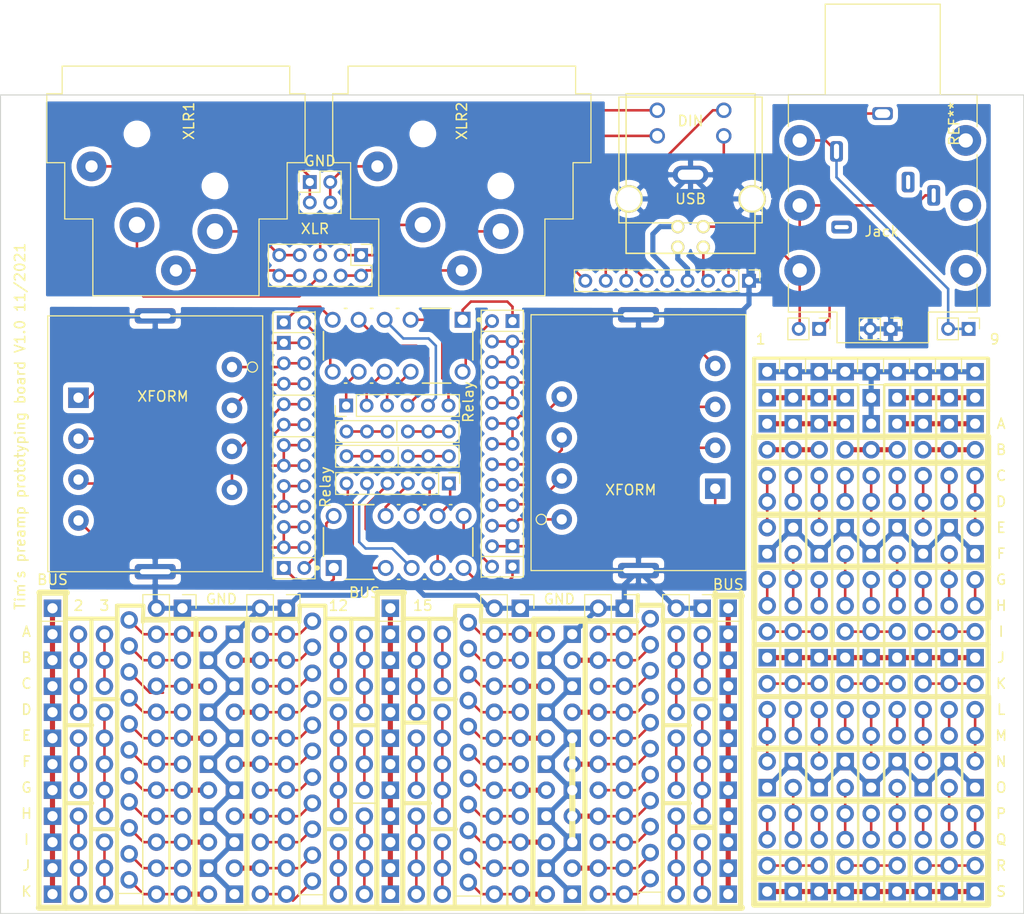
<source format=kicad_pcb>
(kicad_pcb (version 20171130) (host pcbnew 5.1.10-88a1d61d58~88~ubuntu18.04.1)
  (layers (0 F.Cu signal) (31 B.Cu signal) (34 B.Paste user) (35 F.Paste user) (36 B.SilkS user) (37 F.SilkS user) (38 B.Mask user) (39 F.Mask user) (44 Edge.Cuts user))
  (net 0 "")
  (net 1 GND)
  (module Test:6Pin (layer F.Cu) (at 48.895 -14.224 270)
    (fp_text reference REF** hide)
    (fp_text value 6Pin hide)
    (pad 6 thru_hole oval (at 0 10 270) (size 1.35 1.35) (drill 0.8) (layers *.Cu *.Mask))
    (pad 5 thru_hole oval (at 0 8 270) (size 1.35 1.35) (drill 0.8) (layers *.Cu *.Mask))
    (pad 4 thru_hole oval (at 0 6 270) (size 1.35 1.35) (drill 0.8) (layers *.Cu *.Mask))
    (pad 3 thru_hole oval (at 0 4 270) (size 1.35 1.35) (drill 0.8) (layers *.Cu *.Mask))
    (pad 2 thru_hole oval (at 0 2 270) (size 1.35 1.35) (drill 0.8) (layers *.Cu *.Mask))
    (pad 1 thru_hole circle (at 0 0 270) (size 1.35 1.35) (drill 0.8) (layers *.Cu *.Mask))
  )
  (module Test:6Pin (layer F.Cu) (at 48.895 -16.637 270)
    (fp_text reference REF** hide)
    (fp_text value 6Pin hide)
    (pad 1 thru_hole circle (at 0 0 270) (size 1.35 1.35) (drill 0.8) (layers *.Cu *.Mask))
    (pad 2 thru_hole oval (at 0 2 270) (size 1.35 1.35) (drill 0.8) (layers *.Cu *.Mask))
    (pad 3 thru_hole oval (at 0 4 270) (size 1.35 1.35) (drill 0.8) (layers *.Cu *.Mask))
    (pad 4 thru_hole oval (at 0 6 270) (size 1.35 1.35) (drill 0.8) (layers *.Cu *.Mask))
    (pad 5 thru_hole oval (at 0 8 270) (size 1.35 1.35) (drill 0.8) (layers *.Cu *.Mask))
    (pad 6 thru_hole oval (at 0 10 270) (size 1.35 1.35) (drill 0.8) (layers *.Cu *.Mask))
  )
  (module Test:XFORMConnector (layer F.Cu) (at 55.118 -3.429 180)
    (fp_text reference REF** hide)
    (fp_text value XFORMConnector hide)
    (pad 26 thru_hole oval (at 2 24 180) (size 1.35 1.35) (drill 0.8) (layers *.Cu *.Mask))
    (pad 25 thru_hole rect (at 0 24 180) (size 1.35 1.35) (drill 0.8) (layers *.Cu *.Mask))
    (pad 24 thru_hole oval (at 2 22 180) (size 1.35 1.35) (drill 0.8) (layers *.Cu *.Mask))
    (pad 23 thru_hole oval (at 0 22 180) (size 1.35 1.35) (drill 0.8) (layers *.Cu *.Mask))
    (pad 22 thru_hole oval (at 2 20 180) (size 1.35 1.35) (drill 0.8) (layers *.Cu *.Mask))
    (pad 21 thru_hole oval (at 0 20 180) (size 1.35 1.35) (drill 0.8) (layers *.Cu *.Mask))
    (pad 20 thru_hole oval (at 2 18 180) (size 1.35 1.35) (drill 0.8) (layers *.Cu *.Mask))
    (pad 19 thru_hole oval (at 0 18 180) (size 1.35 1.35) (drill 0.8) (layers *.Cu *.Mask))
    (pad 18 thru_hole oval (at 2 16 180) (size 1.35 1.35) (drill 0.8) (layers *.Cu *.Mask))
    (pad 17 thru_hole oval (at 0 16 180) (size 1.35 1.35) (drill 0.8) (layers *.Cu *.Mask))
    (pad 16 thru_hole oval (at 2 14 180) (size 1.35 1.35) (drill 0.8) (layers *.Cu *.Mask))
    (pad 15 thru_hole oval (at 0 14 180) (size 1.35 1.35) (drill 0.8) (layers *.Cu *.Mask))
    (pad 14 thru_hole oval (at 2 12 180) (size 1.35 1.35) (drill 0.8) (layers *.Cu *.Mask))
    (pad 13 thru_hole oval (at 0 12 180) (size 1.35 1.35) (drill 0.8) (layers *.Cu *.Mask))
    (pad 12 thru_hole oval (at 2 10 180) (size 1.35 1.35) (drill 0.8) (layers *.Cu *.Mask))
    (pad 11 thru_hole oval (at 0 10 180) (size 1.35 1.35) (drill 0.8) (layers *.Cu *.Mask))
    (pad 10 thru_hole oval (at 2 8 180) (size 1.35 1.35) (drill 0.8) (layers *.Cu *.Mask))
    (pad 9 thru_hole oval (at 0 8 180) (size 1.35 1.35) (drill 0.8) (layers *.Cu *.Mask))
    (pad 8 thru_hole oval (at 2 6 180) (size 1.35 1.35) (drill 0.8) (layers *.Cu *.Mask))
    (pad 7 thru_hole oval (at 0 6 180) (size 1.35 1.35) (drill 0.8) (layers *.Cu *.Mask))
    (pad 6 thru_hole oval (at 2 4 180) (size 1.35 1.35) (drill 0.8) (layers *.Cu *.Mask))
    (pad 5 thru_hole oval (at 0 4 180) (size 1.35 1.35) (drill 0.8) (layers *.Cu *.Mask))
    (pad 4 thru_hole oval (at 2 2 180) (size 1.35 1.35) (drill 0.8) (layers *.Cu *.Mask))
    (pad 3 thru_hole rect (at 0 2 180) (size 1.35 1.35) (drill 0.8) (layers *.Cu *.Mask))
    (pad 2 thru_hole oval (at 2 0 180) (size 1.35 1.35) (drill 0.8) (layers *.Cu *.Mask))
    (pad 1 thru_hole rect (at 0 0 180) (size 1.35 1.35) (drill 0.8) (layers *.Cu *.Mask))
  )
  (module Test:XFORMConnector (layer F.Cu) (at 32.766 -27.305)
    (fp_text reference REF** hide)
    (fp_text value XFORMConnector hide)
    (pad 1 thru_hole rect (at 0 0) (size 1.35 1.35) (drill 0.8) (layers *.Cu *.Mask))
    (pad 2 thru_hole oval (at 2 0) (size 1.35 1.35) (drill 0.8) (layers *.Cu *.Mask))
    (pad 3 thru_hole rect (at 0 2) (size 1.35 1.35) (drill 0.8) (layers *.Cu *.Mask))
    (pad 4 thru_hole oval (at 2 2) (size 1.35 1.35) (drill 0.8) (layers *.Cu *.Mask))
    (pad 5 thru_hole oval (at 0 4) (size 1.35 1.35) (drill 0.8) (layers *.Cu *.Mask))
    (pad 6 thru_hole oval (at 2 4) (size 1.35 1.35) (drill 0.8) (layers *.Cu *.Mask))
    (pad 7 thru_hole oval (at 0 6) (size 1.35 1.35) (drill 0.8) (layers *.Cu *.Mask))
    (pad 8 thru_hole oval (at 2 6) (size 1.35 1.35) (drill 0.8) (layers *.Cu *.Mask))
    (pad 9 thru_hole oval (at 0 8) (size 1.35 1.35) (drill 0.8) (layers *.Cu *.Mask))
    (pad 10 thru_hole oval (at 2 8) (size 1.35 1.35) (drill 0.8) (layers *.Cu *.Mask))
    (pad 11 thru_hole oval (at 0 10) (size 1.35 1.35) (drill 0.8) (layers *.Cu *.Mask))
    (pad 12 thru_hole oval (at 2 10) (size 1.35 1.35) (drill 0.8) (layers *.Cu *.Mask))
    (pad 13 thru_hole oval (at 0 12) (size 1.35 1.35) (drill 0.8) (layers *.Cu *.Mask))
    (pad 14 thru_hole oval (at 2 12) (size 1.35 1.35) (drill 0.8) (layers *.Cu *.Mask))
    (pad 15 thru_hole oval (at 0 14) (size 1.35 1.35) (drill 0.8) (layers *.Cu *.Mask))
    (pad 16 thru_hole oval (at 2 14) (size 1.35 1.35) (drill 0.8) (layers *.Cu *.Mask))
    (pad 17 thru_hole oval (at 0 16) (size 1.35 1.35) (drill 0.8) (layers *.Cu *.Mask))
    (pad 18 thru_hole oval (at 2 16) (size 1.35 1.35) (drill 0.8) (layers *.Cu *.Mask))
    (pad 19 thru_hole oval (at 0 18) (size 1.35 1.35) (drill 0.8) (layers *.Cu *.Mask))
    (pad 20 thru_hole oval (at 2 18) (size 1.35 1.35) (drill 0.8) (layers *.Cu *.Mask))
    (pad 21 thru_hole oval (at 0 20) (size 1.35 1.35) (drill 0.8) (layers *.Cu *.Mask))
    (pad 22 thru_hole oval (at 2 20) (size 1.35 1.35) (drill 0.8) (layers *.Cu *.Mask))
    (pad 23 thru_hole oval (at 0 22) (size 1.35 1.35) (drill 0.8) (layers *.Cu *.Mask))
    (pad 24 thru_hole oval (at 2 22) (size 1.35 1.35) (drill 0.8) (layers *.Cu *.Mask))
    (pad 25 thru_hole rect (at 0 24) (size 1.35 1.35) (drill 0.8) (layers *.Cu *.Mask))
    (pad 26 thru_hole oval (at 2 24) (size 1.35 1.35) (drill 0.8) (layers *.Cu *.Mask))
  )
  (module Connector_PinHeader_2.00mm:PinHeader_1x06_P2.00mm_Vertical (layer F.Cu) (at 38.862 -19.177 90)
    (fp_text reference REF** hide)
    (fp_text value PinHeader_1x06_P2.00mm_Vertical hide)
    (pad 6 thru_hole oval (at 0 10 90) (size 1.35 1.35) (drill 0.8) (layers *.Cu *.Mask))
    (pad 5 thru_hole oval (at 0 8 90) (size 1.35 1.35) (drill 0.8) (layers *.Cu *.Mask))
    (pad 4 thru_hole oval (at 0 6 90) (size 1.35 1.35) (drill 0.8) (layers *.Cu *.Mask))
    (pad 3 thru_hole oval (at 0 4 90) (size 1.35 1.35) (drill 0.8) (layers *.Cu *.Mask))
    (pad 2 thru_hole oval (at 0 2 90) (size 1.35 1.35) (drill 0.8) (layers *.Cu *.Mask))
    (pad 1 thru_hole rect (at 0 0 90) (size 1.35 1.35) (drill 0.8) (layers *.Cu *.Mask))
  )
  (module monacor:Transformer_Monacor_LTR110 (layer F.Cu) (at 74.93 -11.049 180)
    (fp_text reference XFORM (at 8.255 -0.127) (layer F.SilkS))
    (fp_text value Transformer_Monacor_LTR110 hide)
    (pad "" thru_hole roundrect (at 7.5 17 180) (size 4 1.5) (drill oval 3 0.5) (layers *.Cu *.Mask) (net 1 GND))
    (pad "" thru_hole roundrect (at 7.5 -8 180) (size 4 1.5) (drill oval 3 0.5) (layers *.Cu *.Mask) (net 1 GND))
    (pad 8 thru_hole circle (at 0 4 180) (size 2 2) (drill 1) (layers *.Cu *.Mask))
    (pad 7 thru_hole circle (at 0 8 180) (size 2 2) (drill 1) (layers *.Cu *.Mask))
    (pad 6 thru_hole circle (at 0 12 180) (size 2 2) (drill 1) (layers *.Cu *.Mask))
    (pad 5 thru_hole circle (at 15 9 180) (size 2 2) (drill 1) (layers *.Cu *.Mask))
    (pad 4 thru_hole circle (at 15 5 180) (size 2 2) (drill 1) (layers *.Cu *.Mask))
    (pad 3 thru_hole circle (at 15 1 180) (size 2 2) (drill 1) (layers *.Cu *.Mask))
    (pad 2 thru_hole circle (at 15 -3 180) (size 2 2) (drill 1) (layers *.Cu *.Mask))
    (pad 1 thru_hole rect (at 0 0 180) (size 2 2) (drill 1) (layers *.Cu *.Mask))
  )
  (module Connector_PinHeader_2.00mm:PinHeader_1x06_P2.00mm_Vertical (layer F.Cu) (at 48.895 -11.557 270)
    (fp_text reference REF** hide)
    (fp_text value PinHeader_1x06_P2.00mm_Vertical hide)
    (pad 1 thru_hole rect (at 0 0 270) (size 1.35 1.35) (drill 0.8) (layers *.Cu *.Mask))
    (pad 2 thru_hole oval (at 0 2 270) (size 1.35 1.35) (drill 0.8) (layers *.Cu *.Mask))
    (pad 3 thru_hole oval (at 0 4 270) (size 1.35 1.35) (drill 0.8) (layers *.Cu *.Mask))
    (pad 4 thru_hole oval (at 0 6 270) (size 1.35 1.35) (drill 0.8) (layers *.Cu *.Mask))
    (pad 5 thru_hole oval (at 0 8 270) (size 1.35 1.35) (drill 0.8) (layers *.Cu *.Mask))
    (pad 6 thru_hole oval (at 0 10 270) (size 1.35 1.35) (drill 0.8) (layers *.Cu *.Mask))
  )
  (module axicom:TE_Connectivity-3-1393788-3-0-0-MFG (layer F.Cu) (at 43.942 -5.842)
    (fp_text reference Relay (at -7.112 -7.493 90) (layer F.SilkS) (effects (justify right)))
    (fp_text value Val** hide)
    (pad 1 thru_hole rect (at -6.3 2.54) (size 1.55 1.55) (drill 1) (layers *.Cu))
    (pad 3 thru_hole circle (at -1.219999 2.54) (size 1.55 1.55) (drill 1) (layers *.Cu))
    (pad 4 thru_hole circle (at 1.320001 2.54) (size 1.55 1.55) (drill 1) (layers *.Cu))
    (pad 5 thru_hole circle (at 3.860001 2.54) (size 1.55 1.55) (drill 1) (layers *.Cu))
    (pad 6 thru_hole circle (at 6.400001 2.54) (size 1.55 1.55) (drill 1) (layers *.Cu))
    (pad 7 thru_hole circle (at 6.4 -2.54) (size 1.55 1.55) (drill 1) (layers *.Cu))
    (pad 8 thru_hole circle (at 3.86 -2.54) (size 1.55 1.55) (drill 1) (layers *.Cu))
    (pad 9 thru_hole circle (at 1.32 -2.54) (size 1.55 1.55) (drill 1) (layers *.Cu))
    (pad 10 thru_hole circle (at -1.22 -2.54) (size 1.55 1.55) (drill 1) (layers *.Cu))
    (pad 12 thru_hole circle (at -6.3 -2.54) (size 1.55 1.55) (drill 1) (layers *.Cu))
  )
  (module Connector_PinHeader_2.54mm:PinHeader_1x12_P2.54mm_Vertical (layer F.Cu) (at 43.18 0.635)
    (fp_text reference BUS (at -2.54 -1.524) (layer F.SilkS))
    (fp_text value PinHeader_1x12_P2.54mm_Vertical hide)
    (pad 1 thru_hole rect (at 0 0) (size 1.7 1.7) (drill 1) (layers *.Cu *.Mask))
    (pad 2 thru_hole rect (at 0 2.54) (size 1.7 1.7) (drill 1) (layers *.Cu *.Mask))
    (pad 3 thru_hole rect (at 0 5.08) (size 1.7 1.7) (drill 1) (layers *.Cu *.Mask))
    (pad 4 thru_hole rect (at 0 7.62) (size 1.7 1.7) (drill 1) (layers *.Cu *.Mask))
    (pad 5 thru_hole rect (at 0 10.16) (size 1.7 1.7) (drill 1) (layers *.Cu *.Mask))
    (pad 6 thru_hole rect (at 0 12.7) (size 1.7 1.7) (drill 1) (layers *.Cu *.Mask))
    (pad 7 thru_hole rect (at 0 15.24) (size 1.7 1.7) (drill 1) (layers *.Cu *.Mask))
    (pad 8 thru_hole rect (at 0 17.78) (size 1.7 1.7) (drill 1) (layers *.Cu *.Mask))
    (pad 9 thru_hole rect (at 0 20.32) (size 1.7 1.7) (drill 1) (layers *.Cu *.Mask))
    (pad 10 thru_hole rect (at 0 22.86) (size 1.7 1.7) (drill 1) (layers *.Cu *.Mask))
    (pad 11 thru_hole rect (at 0 25.4) (size 1.7 1.7) (drill 1) (layers *.Cu *.Mask))
    (pad 12 thru_hole rect (at 0 27.94) (size 1.7 1.7) (drill 1) (layers *.Cu *.Mask))
  )
  (module Connector_PinHeader_2.54mm:PinHeader_1x12_P2.54mm_Vertical (layer F.Cu) (at 10.16 0.635)
    (fp_text reference BUS (at 0 -2.794) (layer F.SilkS))
    (fp_text value PinHeader_1x12_P2.54mm_Vertical hide)
    (pad 1 thru_hole rect (at 0 0) (size 1.7 1.7) (drill 1) (layers *.Cu *.Mask))
    (pad 2 thru_hole rect (at 0 2.54) (size 1.7 1.7) (drill 1) (layers *.Cu *.Mask))
    (pad 3 thru_hole rect (at 0 5.08) (size 1.7 1.7) (drill 1) (layers *.Cu *.Mask))
    (pad 4 thru_hole rect (at 0 7.62) (size 1.7 1.7) (drill 1) (layers *.Cu *.Mask))
    (pad 5 thru_hole rect (at 0 10.16) (size 1.7 1.7) (drill 1) (layers *.Cu *.Mask))
    (pad 6 thru_hole rect (at 0 12.7) (size 1.7 1.7) (drill 1) (layers *.Cu *.Mask))
    (pad 7 thru_hole rect (at 0 15.24) (size 1.7 1.7) (drill 1) (layers *.Cu *.Mask))
    (pad 8 thru_hole rect (at 0 17.78) (size 1.7 1.7) (drill 1) (layers *.Cu *.Mask))
    (pad 9 thru_hole rect (at 0 20.32) (size 1.7 1.7) (drill 1) (layers *.Cu *.Mask))
    (pad 10 thru_hole rect (at 0 22.86) (size 1.7 1.7) (drill 1) (layers *.Cu *.Mask))
    (pad 11 thru_hole rect (at 0 25.4) (size 1.7 1.7) (drill 1) (layers *.Cu *.Mask))
    (pad 12 thru_hole rect (at 0 27.94) (size 1.7 1.7) (drill 1) (layers *.Cu *.Mask))
  )
  (module Connector_PinHeader_2.54mm:PinHeader_1x21_P2.54mm_Vertical (layer F.Cu) (at 100.33 -22.479)
    (fp_text reference REF** hide)
    (fp_text value PinHeader_1x21_P2.54mm_Vertical hide)
    (pad 1 thru_hole rect (at 0 0) (size 1.7 1.7) (drill 1) (layers *.Cu *.Mask))
    (pad 2 thru_hole rect (at 0 2.54) (size 1.7 1.7) (drill 1) (layers *.Cu *.Mask))
    (pad 3 thru_hole rect (at 0 5.08) (size 1.7 1.7) (drill 1) (layers *.Cu *.Mask))
    (pad 4 thru_hole oval (at 0 7.62) (size 1.7 1.7) (drill 1) (layers *.Cu *.Mask))
    (pad 5 thru_hole oval (at 0 10.16) (size 1.7 1.7) (drill 1) (layers *.Cu *.Mask))
    (pad 6 thru_hole oval (at 0 12.7) (size 1.7 1.7) (drill 1) (layers *.Cu *.Mask))
    (pad 7 thru_hole oval (at 0 15.24) (size 1.7 1.7) (drill 1) (layers *.Cu *.Mask))
    (pad 8 thru_hole rect (at 0 17.78) (size 1.7 1.7) (drill 1) (layers *.Cu *.Mask))
    (pad 9 thru_hole oval (at 0 20.32) (size 1.7 1.7) (drill 1) (layers *.Cu *.Mask))
    (pad 10 thru_hole oval (at 0 22.86) (size 1.7 1.7) (drill 1) (layers *.Cu *.Mask))
    (pad 11 thru_hole oval (at 0 25.4) (size 1.7 1.7) (drill 1) (layers *.Cu *.Mask))
    (pad 12 thru_hole rect (at 0 27.94) (size 1.7 1.7) (drill 1) (layers *.Cu *.Mask))
    (pad 13 thru_hole oval (at 0 30.48) (size 1.7 1.7) (drill 1) (layers *.Cu *.Mask))
    (pad 14 thru_hole oval (at 0 33.02) (size 1.7 1.7) (drill 1) (layers *.Cu *.Mask))
    (pad 15 thru_hole oval (at 0 35.56) (size 1.7 1.7) (drill 1) (layers *.Cu *.Mask))
    (pad 16 thru_hole oval (at 0 38.1) (size 1.7 1.7) (drill 1) (layers *.Cu *.Mask))
    (pad 17 thru_hole rect (at 0 40.64) (size 1.7 1.7) (drill 1) (layers *.Cu *.Mask))
    (pad 18 thru_hole oval (at 0 43.18) (size 1.7 1.7) (drill 1) (layers *.Cu *.Mask))
    (pad 19 thru_hole oval (at 0 45.72) (size 1.7 1.7) (drill 1) (layers *.Cu *.Mask))
    (pad 20 thru_hole oval (at 0 48.26) (size 1.7 1.7) (drill 1) (layers *.Cu *.Mask))
    (pad 21 thru_hole rect (at 0 50.8) (size 1.7 1.7) (drill 1) (layers *.Cu *.Mask))
  )
  (module Connector_PinHeader_2.54mm:PinHeader_1x21_P2.54mm_Vertical (layer F.Cu) (at 97.79 -22.479)
    (fp_text reference REF** hide)
    (fp_text value PinHeader_1x21_P2.54mm_Vertical hide)
    (pad 21 thru_hole rect (at 0 50.8) (size 1.7 1.7) (drill 1) (layers *.Cu *.Mask))
    (pad 20 thru_hole oval (at 0 48.26) (size 1.7 1.7) (drill 1) (layers *.Cu *.Mask))
    (pad 19 thru_hole oval (at 0 45.72) (size 1.7 1.7) (drill 1) (layers *.Cu *.Mask))
    (pad 18 thru_hole oval (at 0 43.18) (size 1.7 1.7) (drill 1) (layers *.Cu *.Mask))
    (pad 17 thru_hole circle (at 0 40.64) (size 1.7 1.7) (drill 1) (layers *.Cu *.Mask))
    (pad 16 thru_hole rect (at 0 38.1) (size 1.7 1.7) (drill 1) (layers *.Cu *.Mask))
    (pad 15 thru_hole oval (at 0 35.56) (size 1.7 1.7) (drill 1) (layers *.Cu *.Mask))
    (pad 14 thru_hole oval (at 0 33.02) (size 1.7 1.7) (drill 1) (layers *.Cu *.Mask))
    (pad 13 thru_hole oval (at 0 30.48) (size 1.7 1.7) (drill 1) (layers *.Cu *.Mask))
    (pad 12 thru_hole rect (at 0 27.94) (size 1.7 1.7) (drill 1) (layers *.Cu *.Mask))
    (pad 11 thru_hole oval (at 0 25.4) (size 1.7 1.7) (drill 1) (layers *.Cu *.Mask))
    (pad 10 thru_hole oval (at 0 22.86) (size 1.7 1.7) (drill 1) (layers *.Cu *.Mask))
    (pad 9 thru_hole oval (at 0 20.32) (size 1.7 1.7) (drill 1) (layers *.Cu *.Mask))
    (pad 8 thru_hole circle (at 0 17.78) (size 1.7 1.7) (drill 1) (layers *.Cu *.Mask))
    (pad 7 thru_hole rect (at 0 15.24) (size 1.7 1.7) (drill 1) (layers *.Cu *.Mask))
    (pad 6 thru_hole oval (at 0 12.7) (size 1.7 1.7) (drill 1) (layers *.Cu *.Mask))
    (pad 5 thru_hole oval (at 0 10.16) (size 1.7 1.7) (drill 1) (layers *.Cu *.Mask))
    (pad 4 thru_hole oval (at 0 7.62) (size 1.7 1.7) (drill 1) (layers *.Cu *.Mask))
    (pad 3 thru_hole rect (at 0 5.08) (size 1.7 1.7) (drill 1) (layers *.Cu *.Mask))
    (pad 2 thru_hole rect (at 0 2.54) (size 1.7 1.7) (drill 1) (layers *.Cu *.Mask))
    (pad 1 thru_hole rect (at 0 0) (size 1.7 1.7) (drill 1) (layers *.Cu *.Mask))
  )
  (module Connector_PinHeader_2.54mm:PinHeader_1x21_P2.54mm_Vertical (layer F.Cu) (at 95.25 -22.479)
    (fp_text reference REF** hide)
    (fp_text value PinHeader_1x21_P2.54mm_Vertical hide)
    (pad 1 thru_hole rect (at 0 0) (size 1.7 1.7) (drill 1) (layers *.Cu *.Mask))
    (pad 2 thru_hole rect (at 0 2.54) (size 1.7 1.7) (drill 1) (layers *.Cu *.Mask))
    (pad 3 thru_hole rect (at 0 5.08) (size 1.7 1.7) (drill 1) (layers *.Cu *.Mask))
    (pad 4 thru_hole oval (at 0 7.62) (size 1.7 1.7) (drill 1) (layers *.Cu *.Mask))
    (pad 5 thru_hole oval (at 0 10.16) (size 1.7 1.7) (drill 1) (layers *.Cu *.Mask))
    (pad 6 thru_hole oval (at 0 12.7) (size 1.7 1.7) (drill 1) (layers *.Cu *.Mask))
    (pad 7 thru_hole oval (at 0 15.24) (size 1.7 1.7) (drill 1) (layers *.Cu *.Mask))
    (pad 8 thru_hole rect (at 0 17.78) (size 1.7 1.7) (drill 1) (layers *.Cu *.Mask))
    (pad 9 thru_hole oval (at 0 20.32) (size 1.7 1.7) (drill 1) (layers *.Cu *.Mask))
    (pad 10 thru_hole oval (at 0 22.86) (size 1.7 1.7) (drill 1) (layers *.Cu *.Mask))
    (pad 11 thru_hole oval (at 0 25.4) (size 1.7 1.7) (drill 1) (layers *.Cu *.Mask))
    (pad 12 thru_hole rect (at 0 27.94) (size 1.7 1.7) (drill 1) (layers *.Cu *.Mask))
    (pad 13 thru_hole oval (at 0 30.48) (size 1.7 1.7) (drill 1) (layers *.Cu *.Mask))
    (pad 14 thru_hole oval (at 0 33.02) (size 1.7 1.7) (drill 1) (layers *.Cu *.Mask))
    (pad 15 thru_hole oval (at 0 35.56) (size 1.7 1.7) (drill 1) (layers *.Cu *.Mask))
    (pad 16 thru_hole oval (at 0 38.1) (size 1.7 1.7) (drill 1) (layers *.Cu *.Mask))
    (pad 17 thru_hole rect (at 0 40.64) (size 1.7 1.7) (drill 1) (layers *.Cu *.Mask))
    (pad 18 thru_hole oval (at 0 43.18) (size 1.7 1.7) (drill 1) (layers *.Cu *.Mask))
    (pad 19 thru_hole oval (at 0 45.72) (size 1.7 1.7) (drill 1) (layers *.Cu *.Mask))
    (pad 20 thru_hole oval (at 0 48.26) (size 1.7 1.7) (drill 1) (layers *.Cu *.Mask))
    (pad 21 thru_hole rect (at 0 50.8) (size 1.7 1.7) (drill 1) (layers *.Cu *.Mask))
  )
  (module Connector_PinHeader_2.54mm:PinHeader_1x21_P2.54mm_Vertical (layer F.Cu) (at 92.71 -22.479)
    (fp_text reference REF** hide)
    (fp_text value PinHeader_1x21_P2.54mm_Vertical hide)
    (pad 21 thru_hole rect (at 0 50.8) (size 1.7 1.7) (drill 1) (layers *.Cu *.Mask))
    (pad 20 thru_hole oval (at 0 48.26) (size 1.7 1.7) (drill 1) (layers *.Cu *.Mask))
    (pad 19 thru_hole oval (at 0 45.72) (size 1.7 1.7) (drill 1) (layers *.Cu *.Mask))
    (pad 18 thru_hole oval (at 0 43.18) (size 1.7 1.7) (drill 1) (layers *.Cu *.Mask))
    (pad 17 thru_hole circle (at 0 40.64) (size 1.7 1.7) (drill 1) (layers *.Cu *.Mask))
    (pad 16 thru_hole rect (at 0 38.1) (size 1.7 1.7) (drill 1) (layers *.Cu *.Mask))
    (pad 15 thru_hole oval (at 0 35.56) (size 1.7 1.7) (drill 1) (layers *.Cu *.Mask))
    (pad 14 thru_hole oval (at 0 33.02) (size 1.7 1.7) (drill 1) (layers *.Cu *.Mask))
    (pad 13 thru_hole oval (at 0 30.48) (size 1.7 1.7) (drill 1) (layers *.Cu *.Mask))
    (pad 12 thru_hole rect (at 0 27.94) (size 1.7 1.7) (drill 1) (layers *.Cu *.Mask))
    (pad 11 thru_hole oval (at 0 25.4) (size 1.7 1.7) (drill 1) (layers *.Cu *.Mask))
    (pad 10 thru_hole oval (at 0 22.86) (size 1.7 1.7) (drill 1) (layers *.Cu *.Mask))
    (pad 9 thru_hole oval (at 0 20.32) (size 1.7 1.7) (drill 1) (layers *.Cu *.Mask))
    (pad 8 thru_hole circle (at 0 17.78) (size 1.7 1.7) (drill 1) (layers *.Cu *.Mask))
    (pad 7 thru_hole rect (at 0 15.24) (size 1.7 1.7) (drill 1) (layers *.Cu *.Mask))
    (pad 6 thru_hole oval (at 0 12.7) (size 1.7 1.7) (drill 1) (layers *.Cu *.Mask))
    (pad 5 thru_hole oval (at 0 10.16) (size 1.7 1.7) (drill 1) (layers *.Cu *.Mask))
    (pad 4 thru_hole oval (at 0 7.62) (size 1.7 1.7) (drill 1) (layers *.Cu *.Mask))
    (pad 3 thru_hole rect (at 0 5.08) (size 1.7 1.7) (drill 1) (layers *.Cu *.Mask))
    (pad 2 thru_hole rect (at 0 2.54) (size 1.7 1.7) (drill 1) (layers *.Cu *.Mask))
    (pad 1 thru_hole rect (at 0 0) (size 1.7 1.7) (drill 1) (layers *.Cu *.Mask))
  )
  (module Connector_PinHeader_2.54mm:PinHeader_1x21_P2.54mm_Vertical (layer F.Cu) (at 90.17 -22.479)
    (fp_text reference REF** hide)
    (fp_text value PinHeader_1x21_P2.54mm_Vertical hide)
    (pad 1 thru_hole rect (at 0 0) (size 1.7 1.7) (drill 1) (layers *.Cu *.Mask))
    (pad 2 thru_hole rect (at 0 2.54) (size 1.7 1.7) (drill 1) (layers *.Cu *.Mask))
    (pad 3 thru_hole rect (at 0 5.08) (size 1.7 1.7) (drill 1) (layers *.Cu *.Mask))
    (pad 4 thru_hole oval (at 0 7.62) (size 1.7 1.7) (drill 1) (layers *.Cu *.Mask))
    (pad 5 thru_hole oval (at 0 10.16) (size 1.7 1.7) (drill 1) (layers *.Cu *.Mask))
    (pad 6 thru_hole oval (at 0 12.7) (size 1.7 1.7) (drill 1) (layers *.Cu *.Mask))
    (pad 7 thru_hole oval (at 0 15.24) (size 1.7 1.7) (drill 1) (layers *.Cu *.Mask))
    (pad 8 thru_hole rect (at 0 17.78) (size 1.7 1.7) (drill 1) (layers *.Cu *.Mask))
    (pad 9 thru_hole oval (at 0 20.32) (size 1.7 1.7) (drill 1) (layers *.Cu *.Mask))
    (pad 10 thru_hole oval (at 0 22.86) (size 1.7 1.7) (drill 1) (layers *.Cu *.Mask))
    (pad 11 thru_hole oval (at 0 25.4) (size 1.7 1.7) (drill 1) (layers *.Cu *.Mask))
    (pad 12 thru_hole rect (at 0 27.94) (size 1.7 1.7) (drill 1) (layers *.Cu *.Mask))
    (pad 13 thru_hole oval (at 0 30.48) (size 1.7 1.7) (drill 1) (layers *.Cu *.Mask))
    (pad 14 thru_hole oval (at 0 33.02) (size 1.7 1.7) (drill 1) (layers *.Cu *.Mask))
    (pad 15 thru_hole oval (at 0 35.56) (size 1.7 1.7) (drill 1) (layers *.Cu *.Mask))
    (pad 16 thru_hole oval (at 0 38.1) (size 1.7 1.7) (drill 1) (layers *.Cu *.Mask))
    (pad 17 thru_hole rect (at 0 40.64) (size 1.7 1.7) (drill 1) (layers *.Cu *.Mask))
    (pad 18 thru_hole oval (at 0 43.18) (size 1.7 1.7) (drill 1) (layers *.Cu *.Mask))
    (pad 19 thru_hole oval (at 0 45.72) (size 1.7 1.7) (drill 1) (layers *.Cu *.Mask))
    (pad 20 thru_hole oval (at 0 48.26) (size 1.7 1.7) (drill 1) (layers *.Cu *.Mask))
    (pad 21 thru_hole rect (at 0 50.8) (size 1.7 1.7) (drill 1) (layers *.Cu *.Mask))
  )
  (module Connector_PinHeader_2.54mm:PinHeader_1x21_P2.54mm_Vertical (layer F.Cu) (at 87.63 -22.479)
    (fp_text reference REF** hide)
    (fp_text value PinHeader_1x21_P2.54mm_Vertical hide)
    (pad 21 thru_hole rect (at 0 50.8) (size 1.7 1.7) (drill 1) (layers *.Cu *.Mask))
    (pad 20 thru_hole oval (at 0 48.26) (size 1.7 1.7) (drill 1) (layers *.Cu *.Mask))
    (pad 19 thru_hole oval (at 0 45.72) (size 1.7 1.7) (drill 1) (layers *.Cu *.Mask))
    (pad 18 thru_hole oval (at 0 43.18) (size 1.7 1.7) (drill 1) (layers *.Cu *.Mask))
    (pad 17 thru_hole circle (at 0 40.64) (size 1.7 1.7) (drill 1) (layers *.Cu *.Mask))
    (pad 16 thru_hole rect (at 0 38.1) (size 1.7 1.7) (drill 1) (layers *.Cu *.Mask))
    (pad 15 thru_hole oval (at 0 35.56) (size 1.7 1.7) (drill 1) (layers *.Cu *.Mask))
    (pad 14 thru_hole oval (at 0 33.02) (size 1.7 1.7) (drill 1) (layers *.Cu *.Mask))
    (pad 13 thru_hole oval (at 0 30.48) (size 1.7 1.7) (drill 1) (layers *.Cu *.Mask))
    (pad 12 thru_hole rect (at 0 27.94) (size 1.7 1.7) (drill 1) (layers *.Cu *.Mask))
    (pad 11 thru_hole oval (at 0 25.4) (size 1.7 1.7) (drill 1) (layers *.Cu *.Mask))
    (pad 10 thru_hole oval (at 0 22.86) (size 1.7 1.7) (drill 1) (layers *.Cu *.Mask))
    (pad 9 thru_hole oval (at 0 20.32) (size 1.7 1.7) (drill 1) (layers *.Cu *.Mask))
    (pad 8 thru_hole circle (at 0 17.78) (size 1.7 1.7) (drill 1) (layers *.Cu *.Mask))
    (pad 7 thru_hole rect (at 0 15.24) (size 1.7 1.7) (drill 1) (layers *.Cu *.Mask))
    (pad 6 thru_hole oval (at 0 12.7) (size 1.7 1.7) (drill 1) (layers *.Cu *.Mask))
    (pad 5 thru_hole oval (at 0 10.16) (size 1.7 1.7) (drill 1) (layers *.Cu *.Mask))
    (pad 4 thru_hole oval (at 0 7.62) (size 1.7 1.7) (drill 1) (layers *.Cu *.Mask))
    (pad 3 thru_hole rect (at 0 5.08) (size 1.7 1.7) (drill 1) (layers *.Cu *.Mask))
    (pad 2 thru_hole rect (at 0 2.54) (size 1.7 1.7) (drill 1) (layers *.Cu *.Mask))
    (pad 1 thru_hole rect (at 0 0) (size 1.7 1.7) (drill 1) (layers *.Cu *.Mask))
  )
  (module Connector_PinHeader_2.54mm:PinHeader_1x21_P2.54mm_Vertical (layer F.Cu) (at 85.09 -22.479)
    (fp_text reference REF** hide)
    (fp_text value PinHeader_1x21_P2.54mm_Vertical hide)
    (pad 1 thru_hole rect (at 0 0) (size 1.7 1.7) (drill 1) (layers *.Cu *.Mask))
    (pad 2 thru_hole rect (at 0 2.54) (size 1.7 1.7) (drill 1) (layers *.Cu *.Mask))
    (pad 3 thru_hole rect (at 0 5.08) (size 1.7 1.7) (drill 1) (layers *.Cu *.Mask))
    (pad 4 thru_hole oval (at 0 7.62) (size 1.7 1.7) (drill 1) (layers *.Cu *.Mask))
    (pad 5 thru_hole oval (at 0 10.16) (size 1.7 1.7) (drill 1) (layers *.Cu *.Mask))
    (pad 6 thru_hole oval (at 0 12.7) (size 1.7 1.7) (drill 1) (layers *.Cu *.Mask))
    (pad 7 thru_hole oval (at 0 15.24) (size 1.7 1.7) (drill 1) (layers *.Cu *.Mask))
    (pad 8 thru_hole rect (at 0 17.78) (size 1.7 1.7) (drill 1) (layers *.Cu *.Mask))
    (pad 9 thru_hole oval (at 0 20.32) (size 1.7 1.7) (drill 1) (layers *.Cu *.Mask))
    (pad 10 thru_hole oval (at 0 22.86) (size 1.7 1.7) (drill 1) (layers *.Cu *.Mask))
    (pad 11 thru_hole oval (at 0 25.4) (size 1.7 1.7) (drill 1) (layers *.Cu *.Mask))
    (pad 12 thru_hole rect (at 0 27.94) (size 1.7 1.7) (drill 1) (layers *.Cu *.Mask))
    (pad 13 thru_hole oval (at 0 30.48) (size 1.7 1.7) (drill 1) (layers *.Cu *.Mask))
    (pad 14 thru_hole oval (at 0 33.02) (size 1.7 1.7) (drill 1) (layers *.Cu *.Mask))
    (pad 15 thru_hole oval (at 0 35.56) (size 1.7 1.7) (drill 1) (layers *.Cu *.Mask))
    (pad 16 thru_hole oval (at 0 38.1) (size 1.7 1.7) (drill 1) (layers *.Cu *.Mask))
    (pad 17 thru_hole rect (at 0 40.64) (size 1.7 1.7) (drill 1) (layers *.Cu *.Mask))
    (pad 18 thru_hole oval (at 0 43.18) (size 1.7 1.7) (drill 1) (layers *.Cu *.Mask))
    (pad 19 thru_hole oval (at 0 45.72) (size 1.7 1.7) (drill 1) (layers *.Cu *.Mask))
    (pad 20 thru_hole oval (at 0 48.26) (size 1.7 1.7) (drill 1) (layers *.Cu *.Mask))
    (pad 21 thru_hole rect (at 0 50.8) (size 1.7 1.7) (drill 1) (layers *.Cu *.Mask))
  )
  (module Connector_PinHeader_2.54mm:PinHeader_1x21_P2.54mm_Vertical (layer F.Cu) (at 82.55 -22.479)
    (fp_text reference REF** hide)
    (fp_text value PinHeader_1x21_P2.54mm_Vertical hide)
    (pad 1 thru_hole rect (at 0 0) (size 1.7 1.7) (drill 1) (layers *.Cu *.Mask))
    (pad 2 thru_hole rect (at 0 2.54) (size 1.7 1.7) (drill 1) (layers *.Cu *.Mask))
    (pad 3 thru_hole rect (at 0 5.08) (size 1.7 1.7) (drill 1) (layers *.Cu *.Mask))
    (pad 4 thru_hole oval (at 0 7.62) (size 1.7 1.7) (drill 1) (layers *.Cu *.Mask))
    (pad 5 thru_hole oval (at 0 10.16) (size 1.7 1.7) (drill 1) (layers *.Cu *.Mask))
    (pad 6 thru_hole oval (at 0 12.7) (size 1.7 1.7) (drill 1) (layers *.Cu *.Mask))
    (pad 7 thru_hole rect (at 0 15.24) (size 1.7 1.7) (drill 1) (layers *.Cu *.Mask))
    (pad 8 thru_hole circle (at 0 17.78) (size 1.7 1.7) (drill 1) (layers *.Cu *.Mask))
    (pad 9 thru_hole oval (at 0 20.32) (size 1.7 1.7) (drill 1) (layers *.Cu *.Mask))
    (pad 10 thru_hole oval (at 0 22.86) (size 1.7 1.7) (drill 1) (layers *.Cu *.Mask))
    (pad 11 thru_hole oval (at 0 25.4) (size 1.7 1.7) (drill 1) (layers *.Cu *.Mask))
    (pad 12 thru_hole rect (at 0 27.94) (size 1.7 1.7) (drill 1) (layers *.Cu *.Mask))
    (pad 13 thru_hole oval (at 0 30.48) (size 1.7 1.7) (drill 1) (layers *.Cu *.Mask))
    (pad 14 thru_hole oval (at 0 33.02) (size 1.7 1.7) (drill 1) (layers *.Cu *.Mask))
    (pad 15 thru_hole oval (at 0 35.56) (size 1.7 1.7) (drill 1) (layers *.Cu *.Mask))
    (pad 16 thru_hole rect (at 0 38.1) (size 1.7 1.7) (drill 1) (layers *.Cu *.Mask))
    (pad 17 thru_hole circle (at 0 40.64) (size 1.7 1.7) (drill 1) (layers *.Cu *.Mask))
    (pad 18 thru_hole oval (at 0 43.18) (size 1.7 1.7) (drill 1) (layers *.Cu *.Mask))
    (pad 19 thru_hole oval (at 0 45.72) (size 1.7 1.7) (drill 1) (layers *.Cu *.Mask))
    (pad 20 thru_hole oval (at 0 48.26) (size 1.7 1.7) (drill 1) (layers *.Cu *.Mask))
    (pad 21 thru_hole rect (at 0 50.8) (size 1.7 1.7) (drill 1) (layers *.Cu *.Mask))
  )
  (module Connector_PinHeader_2.54mm:PinHeader_1x21_P2.54mm_Vertical (layer F.Cu) (at 80.01 -22.479)
    (fp_text reference REF** hide)
    (fp_text value PinHeader_1x21_P2.54mm_Vertical hide)
    (pad 21 thru_hole rect (at 0 50.8) (size 1.7 1.7) (drill 1) (layers *.Cu *.Mask))
    (pad 20 thru_hole oval (at 0 48.26) (size 1.7 1.7) (drill 1) (layers *.Cu *.Mask))
    (pad 19 thru_hole oval (at 0 45.72) (size 1.7 1.7) (drill 1) (layers *.Cu *.Mask))
    (pad 18 thru_hole oval (at 0 43.18) (size 1.7 1.7) (drill 1) (layers *.Cu *.Mask))
    (pad 17 thru_hole rect (at 0 40.64) (size 1.7 1.7) (drill 1) (layers *.Cu *.Mask))
    (pad 16 thru_hole oval (at 0 38.1) (size 1.7 1.7) (drill 1) (layers *.Cu *.Mask))
    (pad 15 thru_hole oval (at 0 35.56) (size 1.7 1.7) (drill 1) (layers *.Cu *.Mask))
    (pad 14 thru_hole oval (at 0 33.02) (size 1.7 1.7) (drill 1) (layers *.Cu *.Mask))
    (pad 13 thru_hole oval (at 0 30.48) (size 1.7 1.7) (drill 1) (layers *.Cu *.Mask))
    (pad 12 thru_hole rect (at 0 27.94) (size 1.7 1.7) (drill 1) (layers *.Cu *.Mask))
    (pad 11 thru_hole oval (at 0 25.4) (size 1.7 1.7) (drill 1) (layers *.Cu *.Mask))
    (pad 10 thru_hole oval (at 0 22.86) (size 1.7 1.7) (drill 1) (layers *.Cu *.Mask))
    (pad 9 thru_hole oval (at 0 20.32) (size 1.7 1.7) (drill 1) (layers *.Cu *.Mask))
    (pad 8 thru_hole rect (at 0 17.78) (size 1.7 1.7) (drill 1) (layers *.Cu *.Mask))
    (pad 7 thru_hole oval (at 0 15.24) (size 1.7 1.7) (drill 1) (layers *.Cu *.Mask))
    (pad 6 thru_hole oval (at 0 12.7) (size 1.7 1.7) (drill 1) (layers *.Cu *.Mask))
    (pad 5 thru_hole oval (at 0 10.16) (size 1.7 1.7) (drill 1) (layers *.Cu *.Mask))
    (pad 4 thru_hole oval (at 0 7.62) (size 1.7 1.7) (drill 1) (layers *.Cu *.Mask))
    (pad 3 thru_hole rect (at 0 5.08) (size 1.7 1.7) (drill 1) (layers *.Cu *.Mask))
    (pad 2 thru_hole rect (at 0 2.54) (size 1.7 1.7) (drill 1) (layers *.Cu *.Mask))
    (pad 1 thru_hole rect (at 0 0) (size 1.7 1.7) (drill 1) (layers *.Cu *.Mask))
  )
  (module Test:BBoard11Z0 (layer F.Cu) (at 58.42 3.175)
    (fp_text reference REF** hide)
    (fp_text value BBoard11Z0 hide)
    (pad 11 thru_hole oval (at 0 25.4) (size 1.7 1.7) (drill 1) (layers *.Cu *.Mask))
    (pad 10 thru_hole rect (at 0 22.86) (size 1.7 1.7) (drill 1) (layers *.Cu *.Mask) (net 1 GND))
    (pad 9 thru_hole oval (at 0 20.32) (size 1.7 1.7) (drill 1) (layers *.Cu *.Mask))
    (pad 8 thru_hole rect (at 0 17.78) (size 1.7 1.7) (drill 1) (layers *.Cu *.Mask) (net 1 GND))
    (pad 7 thru_hole oval (at 0 15.24) (size 1.7 1.7) (drill 1) (layers *.Cu *.Mask))
    (pad 6 thru_hole rect (at 0 12.7) (size 1.7 1.7) (drill 1) (layers *.Cu *.Mask) (net 1 GND))
    (pad 5 thru_hole oval (at 0 10.16) (size 1.7 1.7) (drill 1) (layers *.Cu *.Mask))
    (pad 4 thru_hole trapezoid (at 0 7.62) (size 1.7 1.7) (drill 1) (layers *.Cu *.Mask) (net 1 GND))
    (pad 3 thru_hole oval (at 0 5.08) (size 1.7 1.7) (drill 1) (layers *.Cu *.Mask))
    (pad 2 thru_hole rect (at 0 2.54) (size 1.7 1.7) (drill 1) (layers *.Cu *.Mask) (net 1 GND))
    (pad 1 thru_hole circle (at 0 0) (size 1.7 1.7) (drill 1) (layers *.Cu *.Mask))
  )
  (module Test:BBoard11Z1 (layer F.Cu) (at 60.96 3.175)
    (fp_text reference GND (at -1.27 -3.429) (layer F.SilkS))
    (fp_text value BBoard11Z1 hide)
    (pad 11 thru_hole rect (at 0 25.4) (size 1.7 1.7) (drill 1) (layers *.Cu *.Mask) (net 1 GND))
    (pad 10 thru_hole oval (at 0 22.86) (size 1.7 1.7) (drill 1) (layers *.Cu *.Mask))
    (pad 9 thru_hole rect (at 0 20.32) (size 1.7 1.7) (drill 1) (layers *.Cu *.Mask) (net 1 GND))
    (pad 8 thru_hole oval (at 0 17.78) (size 1.7 1.7) (drill 1) (layers *.Cu *.Mask))
    (pad 7 thru_hole rect (at 0 15.24) (size 1.7 1.7) (drill 1) (layers *.Cu *.Mask) (net 1 GND))
    (pad 6 thru_hole oval (at 0 12.7) (size 1.7 1.7) (drill 1) (layers *.Cu *.Mask))
    (pad 5 thru_hole rect (at 0 10.16) (size 1.7 1.7) (drill 1) (layers *.Cu *.Mask) (net 1 GND))
    (pad 4 thru_hole oval (at 0 7.62) (size 1.7 1.7) (drill 1) (layers *.Cu *.Mask))
    (pad 3 thru_hole rect (at 0 5.08) (size 1.7 1.7) (drill 1) (layers *.Cu *.Mask) (net 1 GND))
    (pad 2 thru_hole oval (at 0 2.54) (size 1.7 1.7) (drill 1) (layers *.Cu *.Mask))
    (pad 1 thru_hole rect (at 0 0) (size 1.7 1.7) (drill 1) (layers *.Cu *.Mask) (net 1 GND))
  )
  (module Test:BBoard11Z1 (layer F.Cu) (at 27.94 3.175)
    (fp_text reference REF** hide)
    (fp_text value BBoard11Z1 hide)
    (pad 1 thru_hole rect (at 0 0) (size 1.7 1.7) (drill 1) (layers *.Cu *.Mask) (net 1 GND))
    (pad 2 thru_hole oval (at 0 2.54) (size 1.7 1.7) (drill 1) (layers *.Cu *.Mask))
    (pad 3 thru_hole rect (at 0 5.08) (size 1.7 1.7) (drill 1) (layers *.Cu *.Mask) (net 1 GND))
    (pad 4 thru_hole oval (at 0 7.62) (size 1.7 1.7) (drill 1) (layers *.Cu *.Mask))
    (pad 5 thru_hole rect (at 0 10.16) (size 1.7 1.7) (drill 1) (layers *.Cu *.Mask) (net 1 GND))
    (pad 6 thru_hole oval (at 0 12.7) (size 1.7 1.7) (drill 1) (layers *.Cu *.Mask))
    (pad 7 thru_hole rect (at 0 15.24) (size 1.7 1.7) (drill 1) (layers *.Cu *.Mask) (net 1 GND))
    (pad 8 thru_hole oval (at 0 17.78) (size 1.7 1.7) (drill 1) (layers *.Cu *.Mask))
    (pad 9 thru_hole rect (at 0 20.32) (size 1.7 1.7) (drill 1) (layers *.Cu *.Mask) (net 1 GND))
    (pad 10 thru_hole oval (at 0 22.86) (size 1.7 1.7) (drill 1) (layers *.Cu *.Mask))
    (pad 11 thru_hole rect (at 0 25.4) (size 1.7 1.7) (drill 1) (layers *.Cu *.Mask) (net 1 GND))
  )
  (module Test:BBoard11Z0 (layer F.Cu) (at 25.4 3.175)
    (fp_text reference GND (at 1.27 -3.429) (layer F.SilkS))
    (fp_text value BBoard11Z0 hide)
    (pad 1 thru_hole circle (at 0 0) (size 1.7 1.7) (drill 1) (layers *.Cu *.Mask))
    (pad 2 thru_hole rect (at 0 2.54) (size 1.7 1.7) (drill 1) (layers *.Cu *.Mask) (net 1 GND))
    (pad 3 thru_hole oval (at 0 5.08) (size 1.7 1.7) (drill 1) (layers *.Cu *.Mask))
    (pad 4 thru_hole trapezoid (at 0 7.62) (size 1.7 1.7) (drill 1) (layers *.Cu *.Mask) (net 1 GND))
    (pad 5 thru_hole oval (at 0 10.16) (size 1.7 1.7) (drill 1) (layers *.Cu *.Mask))
    (pad 6 thru_hole rect (at 0 12.7) (size 1.7 1.7) (drill 1) (layers *.Cu *.Mask) (net 1 GND))
    (pad 7 thru_hole oval (at 0 15.24) (size 1.7 1.7) (drill 1) (layers *.Cu *.Mask))
    (pad 8 thru_hole rect (at 0 17.78) (size 1.7 1.7) (drill 1) (layers *.Cu *.Mask) (net 1 GND))
    (pad 9 thru_hole oval (at 0 20.32) (size 1.7 1.7) (drill 1) (layers *.Cu *.Mask))
    (pad 10 thru_hole rect (at 0 22.86) (size 1.7 1.7) (drill 1) (layers *.Cu *.Mask) (net 1 GND))
    (pad 11 thru_hole oval (at 0 25.4) (size 1.7 1.7) (drill 1) (layers *.Cu *.Mask))
  )
  (module Test:BBoard11 (layer F.Cu) (at 35.56 1.905)
    (fp_text reference REF** hide)
    (fp_text value BBoard11 hide)
    (pad 1 thru_hole circle (at 0 0) (size 1.7 1.7) (drill 1) (layers *.Cu *.Mask))
    (pad 2 thru_hole oval (at 0 2.54) (size 1.7 1.7) (drill 1) (layers *.Cu *.Mask))
    (pad 3 thru_hole oval (at 0 5.08) (size 1.7 1.7) (drill 1) (layers *.Cu *.Mask))
    (pad 4 thru_hole oval (at 0 7.62) (size 1.7 1.7) (drill 1) (layers *.Cu *.Mask))
    (pad 5 thru_hole oval (at 0 10.16) (size 1.7 1.7) (drill 1) (layers *.Cu *.Mask))
    (pad 6 thru_hole oval (at 0 12.7) (size 1.7 1.7) (drill 1) (layers *.Cu *.Mask))
    (pad 7 thru_hole oval (at 0 15.24) (size 1.7 1.7) (drill 1) (layers *.Cu *.Mask))
    (pad 8 thru_hole oval (at 0 17.78) (size 1.7 1.7) (drill 1) (layers *.Cu *.Mask))
    (pad 9 thru_hole oval (at 0 20.32) (size 1.7 1.7) (drill 1) (layers *.Cu *.Mask))
    (pad 10 thru_hole oval (at 0 22.86) (size 1.7 1.7) (drill 1) (layers *.Cu *.Mask))
    (pad 11 thru_hole oval (at 0 25.4) (size 1.7 1.7) (drill 1) (layers *.Cu *.Mask))
  )
  (module Test:BBoard11 (layer F.Cu) (at 73.66 3.175)
    (fp_text reference REF** hide)
    (fp_text value BBoard11 hide)
    (pad 11 thru_hole oval (at 0 25.4) (size 1.7 1.7) (drill 1) (layers *.Cu *.Mask))
    (pad 10 thru_hole oval (at 0 22.86) (size 1.7 1.7) (drill 1) (layers *.Cu *.Mask))
    (pad 9 thru_hole oval (at 0 20.32) (size 1.7 1.7) (drill 1) (layers *.Cu *.Mask))
    (pad 8 thru_hole oval (at 0 17.78) (size 1.7 1.7) (drill 1) (layers *.Cu *.Mask))
    (pad 7 thru_hole oval (at 0 15.24) (size 1.7 1.7) (drill 1) (layers *.Cu *.Mask))
    (pad 6 thru_hole oval (at 0 12.7) (size 1.7 1.7) (drill 1) (layers *.Cu *.Mask))
    (pad 5 thru_hole oval (at 0 10.16) (size 1.7 1.7) (drill 1) (layers *.Cu *.Mask))
    (pad 4 thru_hole oval (at 0 7.62) (size 1.7 1.7) (drill 1) (layers *.Cu *.Mask))
    (pad 3 thru_hole oval (at 0 5.08) (size 1.7 1.7) (drill 1) (layers *.Cu *.Mask))
    (pad 2 thru_hole oval (at 0 2.54) (size 1.7 1.7) (drill 1) (layers *.Cu *.Mask))
    (pad 1 thru_hole circle (at 0 0) (size 1.7 1.7) (drill 1) (layers *.Cu *.Mask))
  )
  (module Test:BBoard11 (layer F.Cu) (at 71.12 3.175)
    (fp_text reference REF** hide)
    (fp_text value BBoard11 hide)
    (pad 11 thru_hole oval (at 0 25.4) (size 1.7 1.7) (drill 1) (layers *.Cu *.Mask))
    (pad 10 thru_hole oval (at 0 22.86) (size 1.7 1.7) (drill 1) (layers *.Cu *.Mask))
    (pad 9 thru_hole oval (at 0 20.32) (size 1.7 1.7) (drill 1) (layers *.Cu *.Mask))
    (pad 8 thru_hole oval (at 0 17.78) (size 1.7 1.7) (drill 1) (layers *.Cu *.Mask))
    (pad 7 thru_hole oval (at 0 15.24) (size 1.7 1.7) (drill 1) (layers *.Cu *.Mask))
    (pad 6 thru_hole oval (at 0 12.7) (size 1.7 1.7) (drill 1) (layers *.Cu *.Mask))
    (pad 5 thru_hole oval (at 0 10.16) (size 1.7 1.7) (drill 1) (layers *.Cu *.Mask))
    (pad 4 thru_hole oval (at 0 7.62) (size 1.7 1.7) (drill 1) (layers *.Cu *.Mask))
    (pad 3 thru_hole oval (at 0 5.08) (size 1.7 1.7) (drill 1) (layers *.Cu *.Mask))
    (pad 2 thru_hole oval (at 0 2.54) (size 1.7 1.7) (drill 1) (layers *.Cu *.Mask))
    (pad 1 thru_hole circle (at 0 0) (size 1.7 1.7) (drill 1) (layers *.Cu *.Mask))
  )
  (module Test:BBoard11 (layer F.Cu) (at 68.58 1.651)
    (fp_text reference REF** hide)
    (fp_text value BBoard11 hide)
    (pad 11 thru_hole oval (at 0 25.4) (size 1.7 1.7) (drill 1) (layers *.Cu *.Mask))
    (pad 10 thru_hole oval (at 0 22.86) (size 1.7 1.7) (drill 1) (layers *.Cu *.Mask))
    (pad 9 thru_hole oval (at 0 20.32) (size 1.7 1.7) (drill 1) (layers *.Cu *.Mask))
    (pad 8 thru_hole oval (at 0 17.78) (size 1.7 1.7) (drill 1) (layers *.Cu *.Mask))
    (pad 7 thru_hole oval (at 0 15.24) (size 1.7 1.7) (drill 1) (layers *.Cu *.Mask))
    (pad 6 thru_hole oval (at 0 12.7) (size 1.7 1.7) (drill 1) (layers *.Cu *.Mask))
    (pad 5 thru_hole oval (at 0 10.16) (size 1.7 1.7) (drill 1) (layers *.Cu *.Mask))
    (pad 4 thru_hole oval (at 0 7.62) (size 1.7 1.7) (drill 1) (layers *.Cu *.Mask))
    (pad 3 thru_hole oval (at 0 5.08) (size 1.7 1.7) (drill 1) (layers *.Cu *.Mask))
    (pad 2 thru_hole oval (at 0 2.54) (size 1.7 1.7) (drill 1) (layers *.Cu *.Mask))
    (pad 1 thru_hole circle (at 0 0) (size 1.7 1.7) (drill 1) (layers *.Cu *.Mask))
  )
  (module Test:BBoard11 (layer F.Cu) (at 66.04 3.175)
    (fp_text reference REF** hide)
    (fp_text value BBoard11 hide)
    (pad 11 thru_hole oval (at 0 25.4) (size 1.7 1.7) (drill 1) (layers *.Cu *.Mask))
    (pad 10 thru_hole oval (at 0 22.86) (size 1.7 1.7) (drill 1) (layers *.Cu *.Mask))
    (pad 9 thru_hole oval (at 0 20.32) (size 1.7 1.7) (drill 1) (layers *.Cu *.Mask))
    (pad 8 thru_hole oval (at 0 17.78) (size 1.7 1.7) (drill 1) (layers *.Cu *.Mask))
    (pad 7 thru_hole oval (at 0 15.24) (size 1.7 1.7) (drill 1) (layers *.Cu *.Mask))
    (pad 6 thru_hole oval (at 0 12.7) (size 1.7 1.7) (drill 1) (layers *.Cu *.Mask))
    (pad 5 thru_hole oval (at 0 10.16) (size 1.7 1.7) (drill 1) (layers *.Cu *.Mask))
    (pad 4 thru_hole oval (at 0 7.62) (size 1.7 1.7) (drill 1) (layers *.Cu *.Mask))
    (pad 3 thru_hole oval (at 0 5.08) (size 1.7 1.7) (drill 1) (layers *.Cu *.Mask))
    (pad 2 thru_hole oval (at 0 2.54) (size 1.7 1.7) (drill 1) (layers *.Cu *.Mask))
    (pad 1 thru_hole circle (at 0 0) (size 1.7 1.7) (drill 1) (layers *.Cu *.Mask))
  )
  (module Test:BBoard11 (layer F.Cu) (at 63.5 3.175)
    (fp_text reference REF** hide)
    (fp_text value BBoard11 hide)
    (pad 11 thru_hole oval (at 0 25.4) (size 1.7 1.7) (drill 1) (layers *.Cu *.Mask))
    (pad 10 thru_hole oval (at 0 22.86) (size 1.7 1.7) (drill 1) (layers *.Cu *.Mask))
    (pad 9 thru_hole oval (at 0 20.32) (size 1.7 1.7) (drill 1) (layers *.Cu *.Mask))
    (pad 8 thru_hole oval (at 0 17.78) (size 1.7 1.7) (drill 1) (layers *.Cu *.Mask))
    (pad 7 thru_hole oval (at 0 15.24) (size 1.7 1.7) (drill 1) (layers *.Cu *.Mask))
    (pad 6 thru_hole oval (at 0 12.7) (size 1.7 1.7) (drill 1) (layers *.Cu *.Mask))
    (pad 5 thru_hole oval (at 0 10.16) (size 1.7 1.7) (drill 1) (layers *.Cu *.Mask))
    (pad 4 thru_hole oval (at 0 7.62) (size 1.7 1.7) (drill 1) (layers *.Cu *.Mask))
    (pad 3 thru_hole oval (at 0 5.08) (size 1.7 1.7) (drill 1) (layers *.Cu *.Mask))
    (pad 2 thru_hole oval (at 0 2.54) (size 1.7 1.7) (drill 1) (layers *.Cu *.Mask))
    (pad 1 thru_hole circle (at 0 0) (size 1.7 1.7) (drill 1) (layers *.Cu *.Mask))
  )
  (module Test:BBoard11 (layer F.Cu) (at 55.88 3.175)
    (fp_text reference REF** hide)
    (fp_text value BBoard11 hide)
    (pad 11 thru_hole oval (at 0 25.4) (size 1.7 1.7) (drill 1) (layers *.Cu *.Mask))
    (pad 10 thru_hole oval (at 0 22.86) (size 1.7 1.7) (drill 1) (layers *.Cu *.Mask))
    (pad 9 thru_hole oval (at 0 20.32) (size 1.7 1.7) (drill 1) (layers *.Cu *.Mask))
    (pad 8 thru_hole oval (at 0 17.78) (size 1.7 1.7) (drill 1) (layers *.Cu *.Mask))
    (pad 7 thru_hole oval (at 0 15.24) (size 1.7 1.7) (drill 1) (layers *.Cu *.Mask))
    (pad 6 thru_hole oval (at 0 12.7) (size 1.7 1.7) (drill 1) (layers *.Cu *.Mask))
    (pad 5 thru_hole oval (at 0 10.16) (size 1.7 1.7) (drill 1) (layers *.Cu *.Mask))
    (pad 4 thru_hole oval (at 0 7.62) (size 1.7 1.7) (drill 1) (layers *.Cu *.Mask))
    (pad 3 thru_hole oval (at 0 5.08) (size 1.7 1.7) (drill 1) (layers *.Cu *.Mask))
    (pad 2 thru_hole oval (at 0 2.54) (size 1.7 1.7) (drill 1) (layers *.Cu *.Mask))
    (pad 1 thru_hole circle (at 0 0) (size 1.7 1.7) (drill 1) (layers *.Cu *.Mask))
  )
  (module Test:BBoard11 (layer F.Cu) (at 53.34 3.175)
    (fp_text reference REF** hide)
    (fp_text value BBoard11 hide)
    (pad 11 thru_hole oval (at 0 25.4) (size 1.7 1.7) (drill 1) (layers *.Cu *.Mask))
    (pad 10 thru_hole oval (at 0 22.86) (size 1.7 1.7) (drill 1) (layers *.Cu *.Mask))
    (pad 9 thru_hole oval (at 0 20.32) (size 1.7 1.7) (drill 1) (layers *.Cu *.Mask))
    (pad 8 thru_hole oval (at 0 17.78) (size 1.7 1.7) (drill 1) (layers *.Cu *.Mask))
    (pad 7 thru_hole oval (at 0 15.24) (size 1.7 1.7) (drill 1) (layers *.Cu *.Mask))
    (pad 6 thru_hole oval (at 0 12.7) (size 1.7 1.7) (drill 1) (layers *.Cu *.Mask))
    (pad 5 thru_hole oval (at 0 10.16) (size 1.7 1.7) (drill 1) (layers *.Cu *.Mask))
    (pad 4 thru_hole oval (at 0 7.62) (size 1.7 1.7) (drill 1) (layers *.Cu *.Mask))
    (pad 3 thru_hole oval (at 0 5.08) (size 1.7 1.7) (drill 1) (layers *.Cu *.Mask))
    (pad 2 thru_hole oval (at 0 2.54) (size 1.7 1.7) (drill 1) (layers *.Cu *.Mask))
    (pad 1 thru_hole circle (at 0 0) (size 1.7 1.7) (drill 1) (layers *.Cu *.Mask))
  )
  (module Test:BBoard11 (layer F.Cu) (at 50.8 2.032)
    (fp_text reference REF** hide)
    (fp_text value BBoard11 hide)
    (pad 11 thru_hole oval (at 0 25.4) (size 1.7 1.7) (drill 1) (layers *.Cu *.Mask))
    (pad 10 thru_hole oval (at 0 22.86) (size 1.7 1.7) (drill 1) (layers *.Cu *.Mask))
    (pad 9 thru_hole oval (at 0 20.32) (size 1.7 1.7) (drill 1) (layers *.Cu *.Mask))
    (pad 8 thru_hole oval (at 0 17.78) (size 1.7 1.7) (drill 1) (layers *.Cu *.Mask))
    (pad 7 thru_hole oval (at 0 15.24) (size 1.7 1.7) (drill 1) (layers *.Cu *.Mask))
    (pad 6 thru_hole oval (at 0 12.7) (size 1.7 1.7) (drill 1) (layers *.Cu *.Mask))
    (pad 5 thru_hole oval (at 0 10.16) (size 1.7 1.7) (drill 1) (layers *.Cu *.Mask))
    (pad 4 thru_hole oval (at 0 7.62) (size 1.7 1.7) (drill 1) (layers *.Cu *.Mask))
    (pad 3 thru_hole oval (at 0 5.08) (size 1.7 1.7) (drill 1) (layers *.Cu *.Mask))
    (pad 2 thru_hole oval (at 0 2.54) (size 1.7 1.7) (drill 1) (layers *.Cu *.Mask))
    (pad 1 thru_hole circle (at 0 0) (size 1.7 1.7) (drill 1) (layers *.Cu *.Mask))
  )
  (module Test:BBoard11 (layer F.Cu) (at 48.26 3.175)
    (fp_text reference REF** hide)
    (fp_text value BBoard11 hide)
    (pad 11 thru_hole oval (at 0 25.4) (size 1.7 1.7) (drill 1) (layers *.Cu *.Mask))
    (pad 10 thru_hole oval (at 0 22.86) (size 1.7 1.7) (drill 1) (layers *.Cu *.Mask))
    (pad 9 thru_hole oval (at 0 20.32) (size 1.7 1.7) (drill 1) (layers *.Cu *.Mask))
    (pad 8 thru_hole oval (at 0 17.78) (size 1.7 1.7) (drill 1) (layers *.Cu *.Mask))
    (pad 7 thru_hole oval (at 0 15.24) (size 1.7 1.7) (drill 1) (layers *.Cu *.Mask))
    (pad 6 thru_hole oval (at 0 12.7) (size 1.7 1.7) (drill 1) (layers *.Cu *.Mask))
    (pad 5 thru_hole oval (at 0 10.16) (size 1.7 1.7) (drill 1) (layers *.Cu *.Mask))
    (pad 4 thru_hole oval (at 0 7.62) (size 1.7 1.7) (drill 1) (layers *.Cu *.Mask))
    (pad 3 thru_hole oval (at 0 5.08) (size 1.7 1.7) (drill 1) (layers *.Cu *.Mask))
    (pad 2 thru_hole oval (at 0 2.54) (size 1.7 1.7) (drill 1) (layers *.Cu *.Mask))
    (pad 1 thru_hole circle (at 0 0) (size 1.7 1.7) (drill 1) (layers *.Cu *.Mask))
  )
  (module Test:BBoard11 (layer F.Cu) (at 45.72 3.175)
    (fp_text reference REF** hide)
    (fp_text value BBoard11 hide)
    (pad 11 thru_hole oval (at 0 25.4) (size 1.7 1.7) (drill 1) (layers *.Cu *.Mask))
    (pad 10 thru_hole oval (at 0 22.86) (size 1.7 1.7) (drill 1) (layers *.Cu *.Mask))
    (pad 9 thru_hole oval (at 0 20.32) (size 1.7 1.7) (drill 1) (layers *.Cu *.Mask))
    (pad 8 thru_hole oval (at 0 17.78) (size 1.7 1.7) (drill 1) (layers *.Cu *.Mask))
    (pad 7 thru_hole oval (at 0 15.24) (size 1.7 1.7) (drill 1) (layers *.Cu *.Mask))
    (pad 6 thru_hole oval (at 0 12.7) (size 1.7 1.7) (drill 1) (layers *.Cu *.Mask))
    (pad 5 thru_hole oval (at 0 10.16) (size 1.7 1.7) (drill 1) (layers *.Cu *.Mask))
    (pad 4 thru_hole oval (at 0 7.62) (size 1.7 1.7) (drill 1) (layers *.Cu *.Mask))
    (pad 3 thru_hole oval (at 0 5.08) (size 1.7 1.7) (drill 1) (layers *.Cu *.Mask))
    (pad 2 thru_hole oval (at 0 2.54) (size 1.7 1.7) (drill 1) (layers *.Cu *.Mask))
    (pad 1 thru_hole circle (at 0 0) (size 1.7 1.7) (drill 1) (layers *.Cu *.Mask))
  )
  (module Test:BBoard11 (layer F.Cu) (at 40.64 3.175)
    (fp_text reference REF** hide)
    (fp_text value BBoard11 hide)
    (pad 11 thru_hole oval (at 0 25.4) (size 1.7 1.7) (drill 1) (layers *.Cu *.Mask))
    (pad 10 thru_hole oval (at 0 22.86) (size 1.7 1.7) (drill 1) (layers *.Cu *.Mask))
    (pad 9 thru_hole oval (at 0 20.32) (size 1.7 1.7) (drill 1) (layers *.Cu *.Mask))
    (pad 8 thru_hole oval (at 0 17.78) (size 1.7 1.7) (drill 1) (layers *.Cu *.Mask))
    (pad 7 thru_hole oval (at 0 15.24) (size 1.7 1.7) (drill 1) (layers *.Cu *.Mask))
    (pad 6 thru_hole oval (at 0 12.7) (size 1.7 1.7) (drill 1) (layers *.Cu *.Mask))
    (pad 5 thru_hole oval (at 0 10.16) (size 1.7 1.7) (drill 1) (layers *.Cu *.Mask))
    (pad 4 thru_hole oval (at 0 7.62) (size 1.7 1.7) (drill 1) (layers *.Cu *.Mask))
    (pad 3 thru_hole oval (at 0 5.08) (size 1.7 1.7) (drill 1) (layers *.Cu *.Mask))
    (pad 2 thru_hole oval (at 0 2.54) (size 1.7 1.7) (drill 1) (layers *.Cu *.Mask))
    (pad 1 thru_hole circle (at 0 0) (size 1.7 1.7) (drill 1) (layers *.Cu *.Mask))
  )
  (module Test:BBoard11 (layer F.Cu) (at 38.1 3.175)
    (fp_text reference REF** hide)
    (fp_text value BBoard11 hide)
    (pad 11 thru_hole oval (at 0 25.4) (size 1.7 1.7) (drill 1) (layers *.Cu *.Mask))
    (pad 10 thru_hole oval (at 0 22.86) (size 1.7 1.7) (drill 1) (layers *.Cu *.Mask))
    (pad 9 thru_hole oval (at 0 20.32) (size 1.7 1.7) (drill 1) (layers *.Cu *.Mask))
    (pad 8 thru_hole oval (at 0 17.78) (size 1.7 1.7) (drill 1) (layers *.Cu *.Mask))
    (pad 7 thru_hole oval (at 0 15.24) (size 1.7 1.7) (drill 1) (layers *.Cu *.Mask))
    (pad 6 thru_hole oval (at 0 12.7) (size 1.7 1.7) (drill 1) (layers *.Cu *.Mask))
    (pad 5 thru_hole oval (at 0 10.16) (size 1.7 1.7) (drill 1) (layers *.Cu *.Mask))
    (pad 4 thru_hole oval (at 0 7.62) (size 1.7 1.7) (drill 1) (layers *.Cu *.Mask))
    (pad 3 thru_hole oval (at 0 5.08) (size 1.7 1.7) (drill 1) (layers *.Cu *.Mask))
    (pad 2 thru_hole oval (at 0 2.54) (size 1.7 1.7) (drill 1) (layers *.Cu *.Mask))
    (pad 1 thru_hole circle (at 0 0) (size 1.7 1.7) (drill 1) (layers *.Cu *.Mask))
  )
  (module Test:BBoard11 (layer F.Cu) (at 33.02 3.175)
    (fp_text reference REF** hide)
    (fp_text value BBoard11 hide)
    (pad 11 thru_hole oval (at 0 25.4) (size 1.7 1.7) (drill 1) (layers *.Cu *.Mask))
    (pad 10 thru_hole oval (at 0 22.86) (size 1.7 1.7) (drill 1) (layers *.Cu *.Mask))
    (pad 9 thru_hole oval (at 0 20.32) (size 1.7 1.7) (drill 1) (layers *.Cu *.Mask))
    (pad 8 thru_hole oval (at 0 17.78) (size 1.7 1.7) (drill 1) (layers *.Cu *.Mask))
    (pad 7 thru_hole oval (at 0 15.24) (size 1.7 1.7) (drill 1) (layers *.Cu *.Mask))
    (pad 6 thru_hole oval (at 0 12.7) (size 1.7 1.7) (drill 1) (layers *.Cu *.Mask))
    (pad 5 thru_hole oval (at 0 10.16) (size 1.7 1.7) (drill 1) (layers *.Cu *.Mask))
    (pad 4 thru_hole oval (at 0 7.62) (size 1.7 1.7) (drill 1) (layers *.Cu *.Mask))
    (pad 3 thru_hole oval (at 0 5.08) (size 1.7 1.7) (drill 1) (layers *.Cu *.Mask))
    (pad 2 thru_hole oval (at 0 2.54) (size 1.7 1.7) (drill 1) (layers *.Cu *.Mask))
    (pad 1 thru_hole circle (at 0 0) (size 1.7 1.7) (drill 1) (layers *.Cu *.Mask))
  )
  (module Test:BBoard11 (layer F.Cu) (at 30.48 3.175)
    (fp_text reference REF** hide)
    (fp_text value BBoard11 hide)
    (pad 11 thru_hole oval (at 0 25.4) (size 1.7 1.7) (drill 1) (layers *.Cu *.Mask))
    (pad 10 thru_hole oval (at 0 22.86) (size 1.7 1.7) (drill 1) (layers *.Cu *.Mask))
    (pad 9 thru_hole oval (at 0 20.32) (size 1.7 1.7) (drill 1) (layers *.Cu *.Mask))
    (pad 8 thru_hole oval (at 0 17.78) (size 1.7 1.7) (drill 1) (layers *.Cu *.Mask))
    (pad 7 thru_hole oval (at 0 15.24) (size 1.7 1.7) (drill 1) (layers *.Cu *.Mask))
    (pad 6 thru_hole oval (at 0 12.7) (size 1.7 1.7) (drill 1) (layers *.Cu *.Mask))
    (pad 5 thru_hole oval (at 0 10.16) (size 1.7 1.7) (drill 1) (layers *.Cu *.Mask))
    (pad 4 thru_hole oval (at 0 7.62) (size 1.7 1.7) (drill 1) (layers *.Cu *.Mask))
    (pad 3 thru_hole oval (at 0 5.08) (size 1.7 1.7) (drill 1) (layers *.Cu *.Mask))
    (pad 2 thru_hole oval (at 0 2.54) (size 1.7 1.7) (drill 1) (layers *.Cu *.Mask))
    (pad 1 thru_hole circle (at 0 0) (size 1.7 1.7) (drill 1) (layers *.Cu *.Mask))
  )
  (module Test:BBoard11 (layer F.Cu) (at 22.86 3.175)
    (fp_text reference REF** hide)
    (fp_text value BBoard11 hide)
    (pad 11 thru_hole oval (at 0 25.4) (size 1.7 1.7) (drill 1) (layers *.Cu *.Mask))
    (pad 10 thru_hole oval (at 0 22.86) (size 1.7 1.7) (drill 1) (layers *.Cu *.Mask))
    (pad 9 thru_hole oval (at 0 20.32) (size 1.7 1.7) (drill 1) (layers *.Cu *.Mask))
    (pad 8 thru_hole oval (at 0 17.78) (size 1.7 1.7) (drill 1) (layers *.Cu *.Mask))
    (pad 7 thru_hole oval (at 0 15.24) (size 1.7 1.7) (drill 1) (layers *.Cu *.Mask))
    (pad 6 thru_hole oval (at 0 12.7) (size 1.7 1.7) (drill 1) (layers *.Cu *.Mask))
    (pad 5 thru_hole oval (at 0 10.16) (size 1.7 1.7) (drill 1) (layers *.Cu *.Mask))
    (pad 4 thru_hole oval (at 0 7.62) (size 1.7 1.7) (drill 1) (layers *.Cu *.Mask))
    (pad 3 thru_hole oval (at 0 5.08) (size 1.7 1.7) (drill 1) (layers *.Cu *.Mask))
    (pad 2 thru_hole oval (at 0 2.54) (size 1.7 1.7) (drill 1) (layers *.Cu *.Mask))
    (pad 1 thru_hole circle (at 0 0) (size 1.7 1.7) (drill 1) (layers *.Cu *.Mask))
  )
  (module Test:BBoard11 (layer F.Cu) (at 20.32 3.175)
    (fp_text reference REF** hide)
    (fp_text value BBoard11 hide)
    (pad 11 thru_hole oval (at 0 25.4) (size 1.7 1.7) (drill 1) (layers *.Cu *.Mask))
    (pad 10 thru_hole oval (at 0 22.86) (size 1.7 1.7) (drill 1) (layers *.Cu *.Mask))
    (pad 9 thru_hole oval (at 0 20.32) (size 1.7 1.7) (drill 1) (layers *.Cu *.Mask))
    (pad 8 thru_hole oval (at 0 17.78) (size 1.7 1.7) (drill 1) (layers *.Cu *.Mask))
    (pad 7 thru_hole oval (at 0 15.24) (size 1.7 1.7) (drill 1) (layers *.Cu *.Mask))
    (pad 6 thru_hole oval (at 0 12.7) (size 1.7 1.7) (drill 1) (layers *.Cu *.Mask))
    (pad 5 thru_hole oval (at 0 10.16) (size 1.7 1.7) (drill 1) (layers *.Cu *.Mask))
    (pad 4 thru_hole oval (at 0 7.62) (size 1.7 1.7) (drill 1) (layers *.Cu *.Mask))
    (pad 3 thru_hole oval (at 0 5.08) (size 1.7 1.7) (drill 1) (layers *.Cu *.Mask))
    (pad 2 thru_hole oval (at 0 2.54) (size 1.7 1.7) (drill 1) (layers *.Cu *.Mask))
    (pad 1 thru_hole circle (at 0 0) (size 1.7 1.7) (drill 1) (layers *.Cu *.Mask))
  )
  (module Test:BBoard11 (layer F.Cu) (at 17.653 1.778)
    (fp_text reference REF** hide)
    (fp_text value BBoard11 hide)
    (pad 11 thru_hole oval (at 0 25.4) (size 1.7 1.7) (drill 1) (layers *.Cu *.Mask))
    (pad 10 thru_hole oval (at 0 22.86) (size 1.7 1.7) (drill 1) (layers *.Cu *.Mask))
    (pad 9 thru_hole oval (at 0 20.32) (size 1.7 1.7) (drill 1) (layers *.Cu *.Mask))
    (pad 8 thru_hole oval (at 0 17.78) (size 1.7 1.7) (drill 1) (layers *.Cu *.Mask))
    (pad 7 thru_hole oval (at 0 15.24) (size 1.7 1.7) (drill 1) (layers *.Cu *.Mask))
    (pad 6 thru_hole oval (at 0 12.7) (size 1.7 1.7) (drill 1) (layers *.Cu *.Mask))
    (pad 5 thru_hole oval (at 0 10.16) (size 1.7 1.7) (drill 1) (layers *.Cu *.Mask))
    (pad 4 thru_hole oval (at 0 7.62) (size 1.7 1.7) (drill 1) (layers *.Cu *.Mask))
    (pad 3 thru_hole oval (at 0 5.08) (size 1.7 1.7) (drill 1) (layers *.Cu *.Mask))
    (pad 2 thru_hole oval (at 0 2.54) (size 1.7 1.7) (drill 1) (layers *.Cu *.Mask))
    (pad 1 thru_hole circle (at 0 0) (size 1.7 1.7) (drill 1) (layers *.Cu *.Mask))
  )
  (module Test:BBoard11 (layer F.Cu) (at 12.7 3.175)
    (fp_text reference REF** hide)
    (fp_text value BBoard11 hide)
    (pad 1 thru_hole circle (at 0 0) (size 1.7 1.7) (drill 1) (layers *.Cu *.Mask))
    (pad 2 thru_hole oval (at 0 2.54) (size 1.7 1.7) (drill 1) (layers *.Cu *.Mask))
    (pad 3 thru_hole oval (at 0 5.08) (size 1.7 1.7) (drill 1) (layers *.Cu *.Mask))
    (pad 4 thru_hole oval (at 0 7.62) (size 1.7 1.7) (drill 1) (layers *.Cu *.Mask))
    (pad 5 thru_hole oval (at 0 10.16) (size 1.7 1.7) (drill 1) (layers *.Cu *.Mask))
    (pad 6 thru_hole oval (at 0 12.7) (size 1.7 1.7) (drill 1) (layers *.Cu *.Mask))
    (pad 7 thru_hole oval (at 0 15.24) (size 1.7 1.7) (drill 1) (layers *.Cu *.Mask))
    (pad 8 thru_hole oval (at 0 17.78) (size 1.7 1.7) (drill 1) (layers *.Cu *.Mask))
    (pad 9 thru_hole oval (at 0 20.32) (size 1.7 1.7) (drill 1) (layers *.Cu *.Mask))
    (pad 10 thru_hole oval (at 0 22.86) (size 1.7 1.7) (drill 1) (layers *.Cu *.Mask))
    (pad 11 thru_hole oval (at 0 25.4) (size 1.7 1.7) (drill 1) (layers *.Cu *.Mask))
  )
  (module Test:BBoard11 (layer F.Cu) (at 15.24 3.175)
    (fp_text reference REF** hide)
    (fp_text value BBoard11 hide)
    (pad 1 thru_hole circle (at 0 0) (size 1.7 1.7) (drill 1) (layers *.Cu *.Mask))
    (pad 2 thru_hole oval (at 0 2.54) (size 1.7 1.7) (drill 1) (layers *.Cu *.Mask))
    (pad 3 thru_hole oval (at 0 5.08) (size 1.7 1.7) (drill 1) (layers *.Cu *.Mask))
    (pad 4 thru_hole oval (at 0 7.62) (size 1.7 1.7) (drill 1) (layers *.Cu *.Mask))
    (pad 5 thru_hole oval (at 0 10.16) (size 1.7 1.7) (drill 1) (layers *.Cu *.Mask))
    (pad 6 thru_hole oval (at 0 12.7) (size 1.7 1.7) (drill 1) (layers *.Cu *.Mask))
    (pad 7 thru_hole oval (at 0 15.24) (size 1.7 1.7) (drill 1) (layers *.Cu *.Mask))
    (pad 8 thru_hole oval (at 0 17.78) (size 1.7 1.7) (drill 1) (layers *.Cu *.Mask))
    (pad 9 thru_hole oval (at 0 20.32) (size 1.7 1.7) (drill 1) (layers *.Cu *.Mask))
    (pad 10 thru_hole oval (at 0 22.86) (size 1.7 1.7) (drill 1) (layers *.Cu *.Mask))
    (pad 11 thru_hole oval (at 0 25.4) (size 1.7 1.7) (drill 1) (layers *.Cu *.Mask))
  )
  (module Test:A11F740 (layer F.Cu) (at 97.282 -53.213 270)
    (fp_text reference REF** (at 6.5 -1 90) (layer F.SilkS))
    (fp_text value A11F740)
    (pad T thru_hole roundrect (at 5.5 6) (size 2 1.25) (drill oval 1.5 0.85) (layers *.Cu *.Mask))
    (pad S thru_hole roundrect (at 9.2 10.5 270) (size 2 1.25) (drill oval 1.5 0.5) (layers *.Cu *.Mask))
    (pad R thru_hole roundrect (at 13.5 1 270) (size 2 1.25) (drill oval 1.4 0.4) (layers *.Cu *.Mask))
    (pad 4 thru_hole roundrect (at 12.2 3.5 270) (size 2 1.25) (drill oval 1.4 0.4) (layers *.Cu *.Mask))
    (pad 5 thru_hole roundrect (at 16.6 10) (size 2 1.25) (drill oval 1.4 0.4) (layers *.Cu *.Mask))
  )
  (module Connector_PinHeader_2.00mm:PinHeader_1x02_P2.00mm_Vertical (layer F.Cu) (at 92.075 -26.67 270)
    (fp_text reference REF** hide)
    (fp_text value PinHeader_1x02_P2.00mm_Vertical hide)
    (pad 2 thru_hole oval (at 0 2 270) (size 1.35 1.35) (drill 0.8) (layers *.Cu *.Mask) (net 1 GND))
    (pad 1 thru_hole rect (at 0 0 270) (size 1.35 1.35) (drill 0.8) (layers *.Cu *.Mask) (net 1 GND))
  )
  (module Connector_PinHeader_2.54mm:PinHeader_1x02_P2.54mm_Vertical (layer F.Cu) (at 55.88 0.635 270)
    (fp_text reference GND hide)
    (fp_text value PinHeader_1x02_P2.54mm_Vertical hide)
    (pad 2 thru_hole oval (at 0 2.54 270) (size 1.7 1.7) (drill 1) (layers *.Cu *.Mask) (net 1 GND))
    (pad 1 thru_hole rect (at 0 0 270) (size 1.7 1.7) (drill 1) (layers *.Cu *.Mask) (net 1 GND))
  )
  (module Connector_PinHeader_2.54mm:PinHeader_1x02_P2.54mm_Vertical (layer F.Cu) (at 33.02 0.635 270)
    (fp_text reference GND hide)
    (fp_text value PinHeader_1x02_P2.54mm_Vertical hide)
    (pad 2 thru_hole oval (at 0 2.54 270) (size 1.7 1.7) (drill 1) (layers *.Cu *.Mask) (net 1 GND))
    (pad 1 thru_hole rect (at 0 0 270) (size 1.7 1.7) (drill 1) (layers *.Cu *.Mask) (net 1 GND))
  )
  (module Connector_PinHeader_2.54mm:PinHeader_1x02_P2.54mm_Vertical (layer F.Cu) (at 22.86 0.635 270)
    (fp_text reference GND hide)
    (fp_text value PinHeader_1x02_P2.54mm_Vertical hide)
    (pad 2 thru_hole oval (at 0 2.54 270) (size 1.7 1.7) (drill 1) (layers *.Cu *.Mask) (net 1 GND))
    (pad 1 thru_hole rect (at 0 0 270) (size 1.7 1.7) (drill 1) (layers *.Cu *.Mask) (net 1 GND))
  )
  (module Connector_PinHeader_2.54mm:PinHeader_1x02_P2.54mm_Vertical (layer F.Cu) (at 73.66 0.635 270)
    (fp_text reference GND hide)
    (fp_text value PinHeader_1x02_P2.54mm_Vertical hide)
    (pad 2 thru_hole oval (at 0 2.54 270) (size 1.7 1.7) (drill 1) (layers *.Cu *.Mask) (net 1 GND))
    (pad 1 thru_hole rect (at 0 0 270) (size 1.7 1.7) (drill 1) (layers *.Cu *.Mask) (net 1 GND))
  )
  (module Connector_PinHeader_2.54mm:PinHeader_1x02_P2.54mm_Vertical (layer F.Cu) (at 66.04 0.635 270)
    (fp_text reference GND hide)
    (fp_text value PinHeader_1x02_P2.54mm_Vertical hide)
    (pad 1 thru_hole rect (at 0 0 270) (size 1.7 1.7) (drill 1) (layers *.Cu *.Mask) (net 1 GND))
    (pad 2 thru_hole oval (at 0 2.54 270) (size 1.7 1.7) (drill 1) (layers *.Cu *.Mask) (net 1 GND))
  )
  (module Connector_PinHeader_2.54mm:PinHeader_1x12_P2.54mm_Vertical (layer F.Cu) (at 76.2 0.635)
    (fp_text reference BUS (at 0 -2.33) (layer F.SilkS))
    (fp_text value PinHeader_1x12_P2.54mm_Vertical hide)
    (pad 12 thru_hole rect (at 0 27.94) (size 1.7 1.7) (drill 1) (layers *.Cu *.Mask))
    (pad 11 thru_hole rect (at 0 25.4) (size 1.7 1.7) (drill 1) (layers *.Cu *.Mask))
    (pad 10 thru_hole rect (at 0 22.86) (size 1.7 1.7) (drill 1) (layers *.Cu *.Mask))
    (pad 9 thru_hole rect (at 0 20.32) (size 1.7 1.7) (drill 1) (layers *.Cu *.Mask))
    (pad 8 thru_hole rect (at 0 17.78) (size 1.7 1.7) (drill 1) (layers *.Cu *.Mask))
    (pad 7 thru_hole rect (at 0 15.24) (size 1.7 1.7) (drill 1) (layers *.Cu *.Mask))
    (pad 6 thru_hole rect (at 0 12.7) (size 1.7 1.7) (drill 1) (layers *.Cu *.Mask))
    (pad 5 thru_hole rect (at 0 10.16) (size 1.7 1.7) (drill 1) (layers *.Cu *.Mask))
    (pad 4 thru_hole rect (at 0 7.62) (size 1.7 1.7) (drill 1) (layers *.Cu *.Mask))
    (pad 3 thru_hole rect (at 0 5.08) (size 1.7 1.7) (drill 1) (layers *.Cu *.Mask))
    (pad 2 thru_hole rect (at 0 2.54) (size 1.7 1.7) (drill 1) (layers *.Cu *.Mask))
    (pad 1 thru_hole rect (at 0 0) (size 1.7 1.7) (drill 1) (layers *.Cu *.Mask))
  )
  (module monacor:Transformer_Monacor_LTR110 (layer F.Cu) (at 12.7 -19.939)
    (fp_text reference XFORM (at 8.255 -0.127) (layer F.SilkS))
    (fp_text value Transformer_Monacor_LTR110 hide)
    (pad 1 thru_hole rect (at 0 0) (size 2 2) (drill 1) (layers *.Cu *.Mask))
    (pad 2 thru_hole circle (at 15 -3) (size 2 2) (drill 1) (layers *.Cu *.Mask))
    (pad 3 thru_hole circle (at 15 1) (size 2 2) (drill 1) (layers *.Cu *.Mask))
    (pad 4 thru_hole circle (at 15 5) (size 2 2) (drill 1) (layers *.Cu *.Mask))
    (pad 5 thru_hole circle (at 15 9) (size 2 2) (drill 1) (layers *.Cu *.Mask))
    (pad 6 thru_hole circle (at 0 12) (size 2 2) (drill 1) (layers *.Cu *.Mask))
    (pad 7 thru_hole circle (at 0 8) (size 2 2) (drill 1) (layers *.Cu *.Mask))
    (pad 8 thru_hole circle (at 0 4) (size 2 2) (drill 1) (layers *.Cu *.Mask))
    (pad "" thru_hole roundrect (at 7.5 -8) (size 4 1.5) (drill oval 3 0.5) (layers *.Cu *.Mask) (net 1 GND))
    (pad "" thru_hole roundrect (at 7.5 17) (size 4 1.5) (drill oval 3 0.5) (layers *.Cu *.Mask) (net 1 GND))
  )
  (module axicom:TE_Connectivity-3-1393788-3-0-0-MFG (layer F.Cu) (at 43.942 -25.019 180)
    (fp_text reference Relay (at -6.858 -7.62 90) (layer F.SilkS) (effects (justify left)))
    (fp_text value Val** hide)
    (pad 12 thru_hole circle (at -6.3 -2.54 180) (size 1.55 1.55) (drill 1) (layers *.Cu))
    (pad 10 thru_hole circle (at -1.22 -2.54 180) (size 1.55 1.55) (drill 1) (layers *.Cu))
    (pad 9 thru_hole circle (at 1.32 -2.54 180) (size 1.55 1.55) (drill 1) (layers *.Cu))
    (pad 8 thru_hole circle (at 3.86 -2.54 180) (size 1.55 1.55) (drill 1) (layers *.Cu))
    (pad 7 thru_hole circle (at 6.4 -2.54 180) (size 1.55 1.55) (drill 1) (layers *.Cu))
    (pad 6 thru_hole circle (at 6.400001 2.54 180) (size 1.55 1.55) (drill 1) (layers *.Cu))
    (pad 5 thru_hole circle (at 3.860001 2.54 180) (size 1.55 1.55) (drill 1) (layers *.Cu))
    (pad 4 thru_hole circle (at 1.320001 2.54 180) (size 1.55 1.55) (drill 1) (layers *.Cu))
    (pad 3 thru_hole circle (at -1.219999 2.54 180) (size 1.55 1.55) (drill 1) (layers *.Cu))
    (pad 1 thru_hole rect (at -6.3 2.54 180) (size 1.55 1.55) (drill 1) (layers *.Cu))
  )
  (module Connector_PinHeader_2.00mm:PinHeader_1x02_P2.00mm_Vertical (layer F.Cu) (at 99.695 -26.67 270)
    (fp_text reference REF** hide)
    (fp_text value PinHeader_1x02_P2.00mm_Vertical hide)
    (pad 2 thru_hole oval (at 0 2 270) (size 1.35 1.35) (drill 0.8) (layers *.Cu *.Mask))
    (pad 1 thru_hole rect (at 0 0 270) (size 1.35 1.35) (drill 0.8) (layers *.Cu *.Mask))
  )
  (module Connector_PinHeader_2.00mm:PinHeader_1x02_P2.00mm_Vertical (layer F.Cu) (at 85.09 -26.67 270)
    (fp_text reference REF** hide)
    (fp_text value PinHeader_1x02_P2.00mm_Vertical hide)
    (pad 1 thru_hole rect (at 0 0 270) (size 1.35 1.35) (drill 0.8) (layers *.Cu *.Mask))
    (pad 2 thru_hole oval (at 0 2 270) (size 1.35 1.35) (drill 0.8) (layers *.Cu *.Mask))
  )
  (module Connector_PinHeader_2.00mm:PinHeader_1x09_P2.00mm_Vertical (layer F.Cu) (at 78.232 -31.369 270)
    (fp_text reference REF** hide)
    (fp_text value PinHeader_1x09_P2.00mm_Vertical hide)
    (pad 1 thru_hole rect (at 0 0 270) (size 1.35 1.35) (drill 0.8) (layers *.Cu *.Mask) (net 1 GND))
    (pad 2 thru_hole oval (at 0 2 270) (size 1.35 1.35) (drill 0.8) (layers *.Cu *.Mask))
    (pad 3 thru_hole oval (at 0 4 270) (size 1.35 1.35) (drill 0.8) (layers *.Cu *.Mask))
    (pad 4 thru_hole oval (at 0 6 270) (size 1.35 1.35) (drill 0.8) (layers *.Cu *.Mask))
    (pad 5 thru_hole oval (at 0 8 270) (size 1.35 1.35) (drill 0.8) (layers *.Cu *.Mask))
    (pad 6 thru_hole oval (at 0 10 270) (size 1.35 1.35) (drill 0.8) (layers *.Cu *.Mask))
    (pad 7 thru_hole oval (at 0 12 270) (size 1.35 1.35) (drill 0.8) (layers *.Cu *.Mask))
    (pad 8 thru_hole oval (at 0 14 270) (size 1.35 1.35) (drill 0.8) (layers *.Cu *.Mask))
    (pad 9 thru_hole oval (at 0 16 270) (size 1.35 1.35) (drill 0.8) (layers *.Cu *.Mask))
  )
  (module Connector_PinHeader_2.00mm:PinHeader_2x05_P2.00mm_Vertical (layer F.Cu) (at 40.322 -33.877 270)
    (fp_text reference XLR (at -2.572 4.508) (layer F.SilkS))
    (fp_text value PinHeader_2x05_P2.00mm_Vertical hide)
    (pad 10 thru_hole oval (at 2 8 270) (size 1.35 1.35) (drill 0.8) (layers *.Cu *.Mask))
    (pad 9 thru_hole oval (at 0 8 270) (size 1.35 1.35) (drill 0.8) (layers *.Cu *.Mask))
    (pad 8 thru_hole oval (at 2 6 270) (size 1.35 1.35) (drill 0.8) (layers *.Cu *.Mask))
    (pad 7 thru_hole oval (at 0 6 270) (size 1.35 1.35) (drill 0.8) (layers *.Cu *.Mask))
    (pad 6 thru_hole oval (at 2 4 270) (size 1.35 1.35) (drill 0.8) (layers *.Cu *.Mask))
    (pad 5 thru_hole oval (at 0 4 270) (size 1.35 1.35) (drill 0.8) (layers *.Cu *.Mask))
    (pad 4 thru_hole oval (at 2 2 270) (size 1.35 1.35) (drill 0.8) (layers *.Cu *.Mask))
    (pad 3 thru_hole oval (at 0 2 270) (size 1.35 1.35) (drill 0.8) (layers *.Cu *.Mask))
    (pad 2 thru_hole oval (at 2 0 270) (size 1.35 1.35) (drill 0.8) (layers *.Cu *.Mask))
    (pad 1 thru_hole rect (at 0 0 270) (size 1.35 1.35) (drill 0.8) (layers *.Cu *.Mask))
  )
  (module Connector_PinHeader_2.00mm:PinHeader_2x02_P2.00mm_Vertical (layer F.Cu) (at 35.306 -41.021)
    (fp_text reference GND (at 1 -2.06) (layer F.SilkS))
    (fp_text value PinHeader_2x02_P2.00mm_Vertical hide)
    (pad 4 thru_hole oval (at 2 2) (size 1.35 1.35) (drill 0.8) (layers *.Cu *.Mask))
    (pad 3 thru_hole oval (at 0 2) (size 1.35 1.35) (drill 0.8) (layers *.Cu *.Mask))
    (pad 2 thru_hole oval (at 2 0) (size 1.35 1.35) (drill 0.8) (layers *.Cu *.Mask))
    (pad 1 thru_hole rect (at 0 0) (size 1.35 1.35) (drill 0.8) (layers *.Cu *.Mask))
  )
  (module Connector_Audio:Jack_XLR_Neutrik_NC3FAAH2_Horizontal (layer F.Cu) (at 46.355 -36.83 90)
    (fp_text reference XLR2 (at 10.16 3.81 90) (layer F.SilkS))
    (fp_text value Jack_XLR_Neutrik_NC3FAAH2_Horizontal hide)
    (pad G thru_hole circle (at 5.72 -4.44 90) (size 2.9 2.9) (drill 1.2) (layers *.Cu *.Mask))
    (pad "" np_thru_hole circle (at 3.81 7.62 90) (size 1.6 1.6) (drill 1.6) (layers *.Cu *.Mask))
    (pad "" np_thru_hole circle (at 8.89 0 90) (size 1.6 1.6) (drill 1.6) (layers *.Cu *.Mask))
    (pad 3 thru_hole circle (at -4.45 3.81 90) (size 2.9 2.9) (drill 1.2) (layers *.Cu *.Mask))
    (pad 2 thru_hole circle (at -0.635 7.62 90) (size 3.4 3.4) (drill 1.6) (layers *.Cu *.Mask))
    (pad 1 thru_hole circle (at 0 0 90) (size 3.4 3.4) (drill 1.6) (layers *.Cu *.Mask))
  )
  (module Connector_Audio:Jack_6.35mm_Neutrik_NMJ6HFD2_Horizontal (layer F.Cu) (at 83.185 -32.385 90)
    (fp_text reference Jack (at 3.81 8.001) (layer F.SilkS))
    (fp_text value Jack_6.35mm_Neutrik_NMJ6HFD2_Horizontal hide)
    (pad TN thru_hole circle (at 0 16.23 90) (size 3 3) (drill 1.4) (layers *.Cu *.Mask))
    (pad SN thru_hole circle (at 12.7 16.23 90) (size 3 3) (drill 1.4) (layers *.Cu *.Mask))
    (pad RN thru_hole circle (at 6.35 16.23 90) (size 3 3) (drill 1.4) (layers *.Cu *.Mask))
    (pad T thru_hole circle (at 0 0 90) (size 3 3) (drill 1.4) (layers *.Cu *.Mask))
    (pad S thru_hole circle (at 12.7 0 90) (size 3 3) (drill 1.4) (layers *.Cu *.Mask))
    (pad R thru_hole circle (at 6.35 0 90) (size 3 3) (drill 1.4) (layers *.Cu *.Mask))
  )
  (module CUI_MD-40S (layer F.Cu) (at 72.517 -43.18)
    (fp_text reference DIN (at 0 -3.81) (layer F.SilkS))
    (fp_text value CUI_MD-40S hide)
    (pad S1 thru_hole oval (at 0 1.45) (size 3.5 1.75) (drill oval 2.5 1) (layers *.Cu *.Mask) (net 1 GND))
    (pad 6 thru_hole circle (at 3.25 -4.85) (size 1.508 1.508) (drill 1) (layers *.Cu *.Mask))
    (pad 5 thru_hole circle (at 3.25 -2.35) (size 1.508 1.508) (drill 1) (layers *.Cu *.Mask))
    (pad 3 thru_hole circle (at -3.25 -2.35) (size 1.508 1.508) (drill 1) (layers *.Cu *.Mask))
    (pad 8 thru_hole circle (at -3.25 -4.85) (size 1.508 1.508) (drill 1) (layers *.Cu *.Mask))
  )
  (module kicad-components-master_Pretty_Footprints_Connectors_USB.pretty_USB-B-S-RA (layer F.Cu) (at 72.517 -39.37 270)
    (fp_text reference USB (at 0 0) (layer F.SilkS))
    (fp_text value USB-B-S-RA hide)
    (pad 5 thru_hole circle (at 0 -6.02 270) (size 2.7 2.7) (drill 2.3) (layers *.Cu *.Mask F.SilkS) (net 1 GND))
    (pad 5 thru_hole circle (at 0 6.02 270) (size 2.7 2.7) (drill 2.3) (layers *.Cu *.Mask F.SilkS) (net 1 GND))
    (pad 1 thru_hole circle (at 4.71 1.25 270) (size 1.3 1.3) (drill 0.92) (layers *.Cu *.Mask F.SilkS))
    (pad 4 thru_hole circle (at 2.71 1.25 270) (size 1.3 1.3) (drill 0.92) (layers *.Cu *.Mask F.SilkS))
    (pad 2 thru_hole circle (at 4.71 -1.25 270) (size 1.3 1.3) (drill 0.92) (layers *.Cu *.Mask F.SilkS))
    (pad 3 thru_hole circle (at 2.71 -1.25 270) (size 1.3 1.3) (drill 0.92) (layers *.Cu *.Mask F.SilkS))
  )
  (module Connector_Audio:Jack_XLR_Neutrik_NC3FAAH2_Horizontal (layer F.Cu) (at 18.415 -36.83 90)
    (fp_text reference XLR1 (at 10.16 5.08 90) (layer F.SilkS))
    (fp_text value Jack_XLR_Neutrik_NC3FAAH2_Horizontal hide)
    (pad 1 thru_hole circle (at 0 0 90) (size 3.4 3.4) (drill 1.6) (layers *.Cu *.Mask))
    (pad 2 thru_hole circle (at -0.635 7.62 90) (size 3.4 3.4) (drill 1.6) (layers *.Cu *.Mask))
    (pad 3 thru_hole circle (at -4.45 3.81 90) (size 2.9 2.9) (drill 1.2) (layers *.Cu *.Mask))
    (pad "" np_thru_hole circle (at 8.89 0 90) (size 1.6 1.6) (drill 1.6) (layers *.Cu *.Mask))
    (pad "" np_thru_hole circle (at 3.81 7.62 90) (size 1.6 1.6) (drill 1.6) (layers *.Cu *.Mask))
    (pad G thru_hole circle (at 5.72 -4.44 90) (size 2.9 2.9) (drill 1.2) (layers *.Cu *.Mask))
  )
  (gr_line (start 43.942 -15.113) (end 43.942 -13.208) (layer F.SilkS) (width 0.12))
  (gr_line (start 43.815 -17.653) (end 43.815 -15.748) (layer F.SilkS) (width 0.12))
  (gr_line (start 31.75 -16.129) (end 35.814 -16.129) (layer F.SilkS) (width 0.12))
  (gr_line (start 31.75 -20.193) (end 35.814 -20.193) (layer F.SilkS) (width 0.12))
  (gr_text 15 (at 46.355 0.381) (layer F.SilkS) (effects (font (size 1 1))))
  (gr_text 12 (at 38.1 0.381) (layer F.SilkS) (effects (font (size 1 1))))
  (gr_text 3 (at 15.24 0.381) (layer F.SilkS) (effects (font (size 1 1))))
  (gr_text 2 (at 12.7 0.381) (layer F.SilkS) (effects (font (size 1 1))))
  (gr_text 9 (at 102.235 -25.654) (layer F.SilkS) (effects (font (size 1 1))))
  (gr_text 1 (at 79.375 -25.654) (layer F.SilkS) (effects (font (size 1 1))))
  (gr_text M (at 102.87 13.081) (layer F.SilkS) (effects (font (size 1 1))))
  (gr_text Q (at 102.87 23.241) (layer F.SilkS) (effects (font (size 1 1))))
  (gr_text N (at 102.87 15.621) (layer F.SilkS) (effects (font (size 1 1))))
  (gr_text L (at 102.87 10.541) (layer F.SilkS) (effects (font (size 1 1))))
  (gr_text P (at 102.87 20.701) (layer F.SilkS) (effects (font (size 1 1))))
  (gr_text S (at 102.87 28.321) (layer F.SilkS) (effects (font (size 1 1))))
  (gr_text O (at 102.87 18.161) (layer F.SilkS) (effects (font (size 1 1))))
  (gr_text R (at 102.87 25.781) (layer F.SilkS) (effects (font (size 1 1))))
  (gr_text J (at 102.87 5.461) (layer F.SilkS) (effects (font (size 1 1))))
  (gr_text B (at 102.87 -14.859) (layer F.SilkS) (effects (font (size 1 1))))
  (gr_text K (at 102.87 8.001) (layer F.SilkS) (effects (font (size 1 1))))
  (gr_text F (at 102.87 -4.699) (layer F.SilkS) (effects (font (size 1 1))))
  (gr_text I (at 102.87 2.921) (layer F.SilkS) (effects (font (size 1 1))))
  (gr_text C (at 102.87 -12.319) (layer F.SilkS) (effects (font (size 1 1))))
  (gr_text A (at 102.87 -17.399) (layer F.SilkS) (effects (font (size 1 1))))
  (gr_text E (at 102.87 -7.239) (layer F.SilkS) (effects (font (size 1 1))))
  (gr_text H (at 102.87 0.381) (layer F.SilkS) (effects (font (size 1 1))))
  (gr_text D (at 102.87 -9.779) (layer F.SilkS) (effects (font (size 1 1))))
  (gr_text G (at 102.87 -2.159) (layer F.SilkS) (effects (font (size 1 1))))
  (gr_text K (at 7.62 28.321) (layer F.SilkS) (effects (font (size 1 1))))
  (gr_text J (at 7.62 25.781) (layer F.SilkS) (effects (font (size 1 1))))
  (gr_text I (at 7.62 23.241) (layer F.SilkS) (effects (font (size 1 1))))
  (gr_text H (at 7.62 20.701) (layer F.SilkS) (effects (font (size 1 1))))
  (gr_text G (at 7.62 18.161) (layer F.SilkS) (effects (font (size 1 1))))
  (gr_text F (at 7.62 15.621) (layer F.SilkS) (effects (font (size 1 1))))
  (gr_text E (at 7.62 13.081) (layer F.SilkS) (effects (font (size 1 1))))
  (gr_text D (at 7.62 10.541) (layer F.SilkS) (effects (font (size 1 1))))
  (gr_text C (at 7.62 8.001) (layer F.SilkS) (effects (font (size 1 1))))
  (gr_text B (at 7.62 5.461) (layer F.SilkS) (effects (font (size 1 1))))
  (gr_text A (at 7.62 2.921) (layer F.SilkS) (effects (font (size 1 1))))
  (gr_line (start 69.85 0.381) (end 69.79 1.965) (layer F.SilkS) (width 0.4))
  (gr_line (start 67.37 -0.635) (end 67.31 0.949) (layer F.SilkS) (width 0.4))
  (gr_line (start 52.07 0.381) (end 52.01 1.965) (layer F.SilkS) (width 0.4))
  (gr_line (start 69.7865 0.381) (end 67.31 0.381) (layer F.SilkS) (width 0.4))
  (gr_line (start 52.0065 0.381) (end 49.53 0.381) (layer F.SilkS) (width 0.4))
  (gr_line (start 49.53 0.381) (end 49.47 1.965) (layer F.SilkS) (width 0.4))
  (gr_line (start 34.35 0.405) (end 34.29 1.989) (layer F.SilkS) (width 0.4))
  (gr_line (start 19.05 0.381) (end 18.99 1.965) (layer F.SilkS) (width 0.4))
  (gr_line (start 67.31 1.951) (end 52.07 1.951) (layer F.SilkS) (width 0.4))
  (gr_line (start 36.7665 0.381) (end 34.29 0.381) (layer F.SilkS) (width 0.4))
  (gr_line (start 18.9865 0.381) (end 16.51 0.381) (layer F.SilkS) (width 0.4))
  (gr_line (start 74.9935 9.525) (end 72.517 9.525) (layer F.SilkS) (width 0.4))
  (gr_line (start 74.93 21.971) (end 72.4535 21.971) (layer F.SilkS) (width 0.4))
  (gr_line (start 72.4535 19.685) (end 69.977 19.685) (layer F.SilkS) (width 0.4))
  (gr_line (start 72.4535 12.065) (end 69.977 12.065) (layer F.SilkS) (width 0.4))
  (gr_line (start 49.5935 22.225) (end 47.117 22.225) (layer F.SilkS) (width 0.4))
  (gr_line (start 49.5935 9.525) (end 47.117 9.525) (layer F.SilkS) (width 0.4))
  (gr_line (start 47.0535 19.685) (end 44.577 19.685) (layer F.SilkS) (width 0.4))
  (gr_line (start 46.9265 11.811) (end 44.45 11.811) (layer F.SilkS) (width 0.4))
  (gr_line (start 41.91 12.065) (end 39.497 12.065) (layer F.SilkS) (width 0.4))
  (gr_line (start 39.37 22.225) (end 36.957 22.225) (layer F.SilkS) (width 0.4))
  (gr_line (start 39.37 9.525) (end 36.957 9.525) (layer F.SilkS) (width 0.4))
  (gr_line (start 14.0335 19.685) (end 11.557 19.685) (layer F.SilkS) (width 0.4))
  (gr_line (start 14.0335 12.065) (end 11.557 12.065) (layer F.SilkS) (width 0.4))
  (gr_line (start 16.5735 22.225) (end 14.097 22.225) (layer F.SilkS) (width 0.4))
  (gr_line (start 16.5735 9.525) (end 14.097 9.525) (layer F.SilkS) (width 0.4))
  (gr_line (start 74.87 1.905) (end 69.79 1.965) (layer F.SilkS) (width 0.4))
  (gr_line (start 49.59 1.675) (end 44.45 1.651) (layer F.SilkS) (width 0.4))
  (gr_line (start 41.97 1.675) (end 36.83 1.651) (layer F.SilkS) (width 0.4))
  (gr_line (start 16.51 1.651) (end 11.43 1.651) (layer F.SilkS) (width 0.4))
  (gr_line (start 77.53 29.905) (end 11.49 29.905) (layer F.SilkS) (width 0.6))
  (gr_line (start 72.39 1.651) (end 72.33 29.905) (layer F.SilkS) (width 0.4))
  (gr_line (start 69.85 1.651) (end 69.79 29.905) (layer F.SilkS) (width 0.4))
  (gr_line (start 49.53 1.651) (end 49.47 29.905) (layer F.SilkS) (width 0.4))
  (gr_line (start 46.99 1.651) (end 46.93 29.905) (layer F.SilkS) (width 0.4))
  (gr_line (start 39.37 1.651) (end 39.31 29.905) (layer F.SilkS) (width 0.4))
  (gr_line (start 36.83 0.381) (end 36.77 29.905) (layer F.SilkS) (width 0.4))
  (gr_line (start 16.51 0.381) (end 16.45 29.905) (layer F.SilkS) (width 0.4))
  (gr_line (start 13.97 1.651) (end 13.91 29.905) (layer F.SilkS) (width 0.4))
  (gr_line (start 44.51 -0.889) (end 41.91 -0.889) (layer F.SilkS) (width 0.6))
  (gr_line (start 11.55 -0.889) (end 8.89 -0.889) (layer F.SilkS) (width 0.6))
  (gr_line (start 77.53 -0.575) (end 74.87 -0.575) (layer F.SilkS) (width 0.6))
  (gr_line (start 77.47 29.905) (end 74.87 29.905) (layer F.SilkS) (width 0.6))
  (gr_line (start 11.49 29.905) (end 8.83 29.905) (layer F.SilkS) (width 0.6))
  (gr_line (start 44.39 29.905) (end 41.85 29.905) (layer F.SilkS) (width 0.6))
  (gr_line (start 29.15 29.905) (end 24.19 29.905) (layer F.SilkS) (width 0.6))
  (gr_line (start 62.17 29.905) (end 57.21 29.905) (layer F.SilkS) (width 0.6))
  (gr_line (start 62.23 1.651) (end 57.15 1.651) (layer F.SilkS) (width 0.4))
  (gr_line (start 34.29 1.675) (end 19.05 1.675) (layer F.SilkS) (width 0.4))
  (gr_line (start 62.23 1.651) (end 62.17 29.905) (layer F.SilkS) (width 0.5))
  (gr_line (start 57.21 1.675) (end 57.09 29.905) (layer F.SilkS) (width 0.5))
  (gr_line (start 29.21 1.651) (end 29.15 29.905) (layer F.SilkS) (width 0.5))
  (gr_line (start 24.19 1.675) (end 24.07 29.905) (layer F.SilkS) (width 0.5))
  (gr_line (start 77.47 -0.889) (end 77.41 29.905) (layer F.SilkS) (width 0.5))
  (gr_line (start 74.93 -0.889) (end 74.87 29.905) (layer F.SilkS) (width 0.5))
  (gr_line (start 44.45 -0.889) (end 44.39 29.905) (layer F.SilkS) (width 0.5))
  (gr_line (start 41.91 -0.889) (end 41.85 29.905) (layer F.SilkS) (width 0.5))
  (gr_line (start 11.43 -0.889) (end 11.37 29.905) (layer F.SilkS) (width 0.5))
  (gr_line (start 8.89 -0.889) (end 8.83 29.905) (layer F.SilkS) (width 0.5))
  (gr_line (start 93.98 24.511) (end 93.98 27.051) (layer F.SilkS) (width 0.5))
  (gr_line (start 86.36 24.511) (end 86.36 27.051) (layer F.SilkS) (width 0.5))
  (gr_line (start 101.6 -13.589) (end 78.74 -13.589) (layer F.SilkS) (width 0.6))
  (gr_line (start 101.6 -16.129) (end 78.74 -16.129) (layer F.SilkS) (width 0.6))
  (gr_line (start 101.6 -3.429) (end 101.6 1.651) (layer F.SilkS) (width 0.6))
  (gr_line (start 78.74 -3.429) (end 78.74 1.651) (layer F.SilkS) (width 0.6))
  (gr_line (start 78.74 24.511) (end 78.74 29.591) (layer F.SilkS) (width 0.6))
  (gr_line (start 101.6 24.511) (end 101.6 29.591) (layer F.SilkS) (width 0.6))
  (gr_line (start 101.6 24.511) (end 78.74 24.511) (layer F.SilkS) (width 0.6))
  (gr_line (start 101.6 29.591) (end 78.74 29.591) (layer F.SilkS) (width 0.6))
  (gr_line (start 101.6 27.051) (end 78.74 27.051) (layer F.SilkS) (width 0.6))
  (gr_line (start 101.6 19.431) (end 101.6 24.511) (layer F.SilkS) (width 0.6))
  (gr_line (start 78.74 19.431) (end 78.74 24.511) (layer F.SilkS) (width 0.6))
  (gr_line (start 101.6 9.271) (end 101.6 14.351) (layer F.SilkS) (width 0.6))
  (gr_line (start 78.74 9.271) (end 101.6 9.271) (layer F.SilkS) (width 0.5))
  (gr_line (start 101.6 6.731) (end 101.6 9.271) (layer F.SilkS) (width 0.5))
  (gr_line (start 78.74 6.731) (end 78.74 9.271) (layer F.SilkS) (width 0.5))
  (gr_line (start 93.98 6.731) (end 93.98 9.271) (layer F.SilkS) (width 0.5))
  (gr_line (start 86.36 6.731) (end 86.36 9.271) (layer F.SilkS) (width 0.5))
  (gr_line (start 78.74 4.191) (end 78.74 14.351) (layer F.SilkS) (width 0.5))
  (gr_line (start 101.6 4.191) (end 101.6 6.731) (layer F.SilkS) (width 0.5))
  (gr_line (start 78.74 6.731) (end 101.6 6.731) (layer F.SilkS) (width 0.5))
  (gr_line (start 86.36 1.651) (end 86.36 4.191) (layer F.SilkS) (width 0.5))
  (gr_line (start 93.98 1.651) (end 93.98 4.191) (layer F.SilkS) (width 0.5))
  (gr_line (start 101.6 -16.129) (end 101.6 -3.429) (layer F.SilkS) (width 0.6))
  (gr_line (start 78.74 -16.129) (end 78.74 -3.429) (layer F.SilkS) (width 0.6))
  (gr_line (start 60.96 13.081) (end 60.96 18.161) (layer F.SilkS) (width 0.6))
  (gr_line (start 60.96 18.161) (end 60.96 23.241) (layer F.SilkS) (width 0.6))
  (gr_line (start 78.74 14.351) (end 78.74 19.431) (layer F.SilkS) (width 0.6))
  (gr_line (start 101.6 19.431) (end 78.74 19.431) (layer F.SilkS) (width 0.6))
  (gr_line (start 101.6 14.351) (end 78.74 14.351) (layer F.SilkS) (width 0.6))
  (gr_line (start 101.6 -3.429) (end 78.74 -3.429) (layer F.SilkS) (width 0.6))
  (gr_line (start 101.6 -8.509) (end 78.74 -8.509) (layer F.SilkS) (width 0.6))
  (gr_line (start 78.74 -18.669) (end 78.74 -16.129) (layer F.SilkS) (width 0.4))
  (gr_line (start 78.74 -21.209) (end 78.74 -18.669) (layer F.SilkS) (width 0.4))
  (gr_line (start 101.6 -18.669) (end 101.6 -16.129) (layer F.SilkS) (width 0.4))
  (gr_line (start 101.6 -21.209) (end 101.6 -18.669) (layer F.SilkS) (width 0.4))
  (gr_line (start 91.5 -18.669) (end 101.6 -18.669) (layer F.SilkS) (width 0.3))
  (gr_line (start 78.8 -18.669) (end 88.9 -18.669) (layer F.SilkS) (width 0.3))
  (gr_line (start 78.8 -21.209) (end 88.9 -21.209) (layer F.SilkS) (width 0.3))
  (gr_line (start 91.5 -21.209) (end 101.6 -21.209) (layer F.SilkS) (width 0.3))
  (gr_line (start 78.74 -21.209) (end 78.68 -21.209) (layer F.SilkS) (width 0.12))
  (gr_line (start 101.54 -23.809) (end 78.68 -23.809) (layer F.SilkS) (width 0.3))
  (gr_line (start 101.6 -23.749) (end 101.6 -21.209) (layer F.SilkS) (width 0.4))
  (gr_line (start 78.74 -23.749) (end 78.74 -21.209) (layer F.SilkS) (width 0.4))
  (gr_line (start 101.6 14.351) (end 101.6 19.431) (layer F.SilkS) (width 0.6))
  (gr_line (start 78.74 -23.749) (end 78.68 -21.209) (layer F.SilkS) (width 0.12))
  (gr_line (start 101.6 24.511) (end 101.6 27.051) (layer F.SilkS) (width 0.4))
  (gr_line (start 93.98 24.511) (end 93.98 27.051) (layer F.SilkS) (width 0.4))
  (gr_line (start 86.36 24.511) (end 86.36 27.051) (layer F.SilkS) (width 0.4))
  (gr_line (start 78.74 24.511) (end 78.74 27.051) (layer F.SilkS) (width 0.4))
  (gr_line (start 93.98 6.731) (end 93.98 9.271) (layer F.SilkS) (width 0.4))
  (gr_line (start 86.36 6.731) (end 86.36 9.271) (layer F.SilkS) (width 0.4))
  (gr_line (start 78.74 6.731) (end 78.74 9.271) (layer F.SilkS) (width 0.4))
  (gr_line (start 101.6 9.271) (end 78.74 9.271) (layer F.SilkS) (width 0.3))
  (gr_line (start 101.6 6.731) (end 78.74 6.731) (layer F.SilkS) (width 0.3))
  (gr_line (start 101.6 24.511) (end 78.74 24.511) (layer F.SilkS) (width 0.3))
  (gr_line (start 101.6 27.051) (end 78.74 27.051) (layer F.SilkS) (width 0.3))
  (gr_line (start 101.6 -13.589) (end 78.74 -13.589) (layer F.SilkS) (width 0.3))
  (gr_line (start 101.6 -16.129) (end 78.74 -16.129) (layer F.SilkS) (width 0.3))
  (gr_line (start 101.6 -16.129) (end 101.6 -13.589) (layer F.SilkS) (width 0.4))
  (gr_line (start 93.98 -16.129) (end 93.98 -13.589) (layer F.SilkS) (width 0.4))
  (gr_line (start 86.36 -16.129) (end 86.36 -13.589) (layer F.SilkS) (width 0.4))
  (gr_line (start 78.74 -16.129) (end 78.74 -13.589) (layer F.SilkS) (width 0.4))
  (gr_line (start 101.6 1.651) (end 101.6 4.191) (layer F.SilkS) (width 0.5))
  (gr_line (start 93.98 1.651) (end 93.98 4.191) (layer F.SilkS) (width 0.4))
  (gr_line (start 86.36 1.651) (end 86.36 4.191) (layer F.SilkS) (width 0.4))
  (gr_line (start 78.74 1.651) (end 78.74 4.191) (layer F.SilkS) (width 0.5))
  (gr_line (start 78.74 4.191) (end 101.6 4.191) (layer F.SilkS) (width 0.5))
  (gr_line (start 78.74 1.651) (end 78.74 4.191) (layer F.SilkS) (width 0.12))
  (gr_line (start 101.6 1.651) (end 78.74 1.651) (layer F.SilkS) (width 0.5))
  (gr_line (start 101.6 -13.589) (end 92.71 -13.589) (layer F.SilkS) (width 0.12))
  (gr_line (start 101.6 -16.129) (end 101.6 -13.589) (layer F.SilkS) (width 0.12))
  (gr_line (start 93.98 -16.129) (end 101.6 -16.129) (layer F.SilkS) (width 0.12))
  (gr_line (start 93.98 -13.589) (end 86.36 -13.589) (layer F.SilkS) (width 0.12))
  (gr_line (start 93.98 -16.129) (end 93.98 -13.589) (layer F.SilkS) (width 0.12))
  (gr_line (start 86.36 -16.129) (end 93.98 -16.129) (layer F.SilkS) (width 0.12))
  (gr_line (start 86.36 -13.589) (end 78.74 -13.589) (layer F.SilkS) (width 0.12))
  (gr_line (start 86.36 -16.129) (end 86.36 -13.589) (layer F.SilkS) (width 0.12))
  (gr_line (start 78.74 -16.129) (end 86.36 -16.129) (layer F.SilkS) (width 0.12))
  (gr_line (start 72.517 22.225) (end 74.9935 22.225) (layer F.SilkS) (width 0.1524))
  (gr_line (start 72.517 9.525) (end 74.9935 9.525) (layer F.SilkS) (width 0.1524))
  (gr_line (start 69.977 19.685) (end 72.4535 19.685) (layer F.SilkS) (width 0.1524))
  (gr_line (start 69.977 12.065) (end 72.4535 12.065) (layer F.SilkS) (width 0.1524))
  (gr_line (start 39.497 12.065) (end 41.9735 12.065) (layer F.SilkS) (width 0.1524))
  (gr_line (start 39.497 19.685) (end 41.9735 19.685) (layer F.SilkS) (width 0.1524))
  (gr_line (start 36.957 9.525) (end 39.4335 9.525) (layer F.SilkS) (width 0.1524))
  (gr_line (start 13.97 22.1615) (end 16.4465 22.1615) (layer F.SilkS) (width 0.1524))
  (gr_line (start 14.097 9.525) (end 16.5735 9.525) (layer F.SilkS) (width 0.1524))
  (gr_line (start 11.43 19.685) (end 11.3665 12.192) (layer F.SilkS) (width 0.12))
  (gr_line (start 13.9065 19.685) (end 11.43 19.685) (layer F.SilkS) (width 0.1524))
  (gr_line (start 13.97 12.1285) (end 13.9065 19.685) (layer F.SilkS) (width 0.12))
  (gr_line (start 11.4935 12.1285) (end 13.97 12.1285) (layer F.SilkS) (width 0.1524))
  (gr_text "Tim's preamp prototyping board V1.0 11/2021" (at 6.985 -17.145 90) (layer F.SilkS) (effects (font (size 1 1))))
  (gr_line (start 5.08 -49.53) (end 105.08 -49.53) (layer Edge.Cuts) (width 0.1))
  (gr_line (start 5.08 30.47) (end 5.08 -49.53) (layer Edge.Cuts) (width 0.1))
  (gr_line (start 105.08 30.47) (end 5.08 30.47) (layer Edge.Cuts) (width 0.1))
  (gr_line (start 105.08 -49.53) (end 105.08 30.47) (layer Edge.Cuts) (width 0.1))
  (segment (start 68.517 -45.53) (end 69.267 -45.53) (width 0.25) (layer F.Cu) (net 0))
  (segment (start 13.975 -42.55) (end 19.055 -42.55) (width 0.25) (layer F.Cu) (net 0))
  (segment (start 19.055 -42.55) (end 21.59 -45.085) (width 0.25) (layer F.Cu) (net 0))
  (segment (start 21.59 -45.085) (end 31.75 -45.085) (width 0.25) (layer F.Cu) (net 0))
  (segment (start 35.306 -41.529) (end 35.306 -39.021) (width 0.25) (layer F.Cu) (net 0))
  (segment (start 31.75 -45.085) (end 35.306 -41.529) (width 0.25) (layer F.Cu) (net 0))
  (segment (start 35.306 -41.021) (end 35.306 -39.021) (width 0.25) (layer F.Cu) (net 0))
  (segment (start 38.835 -42.55) (end 37.306 -41.021) (width 0.25) (layer F.Cu) (net 0))
  (segment (start 41.915 -42.55) (end 38.835 -42.55) (width 0.25) (layer F.Cu) (net 0))
  (segment (start 37.306 -41.021) (end 37.306 -39.021) (width 0.25) (layer F.Cu) (net 0))
  (segment (start 40.825 -32.38) (end 40.322 -31.877) (width 0.25) (layer F.Cu) (net 0))
  (segment (start 50.165 -32.38) (end 40.825 -32.38) (width 0.25) (layer F.Cu) (net 0))
  (segment (start 40.322 -31.877) (end 38.322 -31.877) (width 0.25) (layer F.Cu) (net 0))
  (segment (start 53.975 -36.195) (end 49.53 -36.195) (width 0.25) (layer F.Cu) (net 0))
  (segment (start 47.212 -33.877) (end 40.322 -33.877) (width 0.25) (layer F.Cu) (net 0))
  (segment (start 49.53 -36.195) (end 47.212 -33.877) (width 0.25) (layer F.Cu) (net 0))
  (segment (start 40.322 -33.877) (end 38.322 -33.877) (width 0.25) (layer F.Cu) (net 0))
  (segment (start 31.819 -32.38) (end 32.322 -31.877) (width 0.25) (layer F.Cu) (net 0))
  (segment (start 22.225 -32.38) (end 31.819 -32.38) (width 0.25) (layer F.Cu) (net 0))
  (segment (start 32.322 -31.877) (end 34.322 -31.877) (width 0.25) (layer F.Cu) (net 0))
  (segment (start 30.004 -36.195) (end 32.322 -33.877) (width 0.25) (layer F.Cu) (net 0))
  (segment (start 26.035 -36.195) (end 30.004 -36.195) (width 0.25) (layer F.Cu) (net 0))
  (segment (start 32.322 -33.877) (end 34.322 -33.877) (width 0.25) (layer F.Cu) (net 0))
  (segment (start 18.415 -36.83) (end 18.415 -30.48) (width 0.25) (layer F.Cu) (net 0))
  (segment (start 18.415 -30.48) (end 19.05 -29.845) (width 0.25) (layer F.Cu) (net 0))
  (segment (start 34.29 -29.845) (end 36.322 -31.877) (width 0.25) (layer F.Cu) (net 0))
  (segment (start 19.05 -29.845) (end 34.29 -29.845) (width 0.25) (layer F.Cu) (net 0))
  (segment (start 46.355 -36.83) (end 37.465 -36.83) (width 0.25) (layer F.Cu) (net 0))
  (segment (start 36.322 -35.687) (end 36.322 -33.877) (width 0.25) (layer F.Cu) (net 0))
  (segment (start 37.465 -36.83) (end 36.322 -35.687) (width 0.25) (layer F.Cu) (net 0))
  (segment (start 72.39 -31.527) (end 72.232 -31.369) (width 0.5) (layer F.Cu) (net 0))
  (segment (start 73.767 -31.834) (end 74.232 -31.369) (width 0.25) (layer F.Cu) (net 0))
  (segment (start 73.767 -34.66) (end 73.767 -31.834) (width 0.25) (layer F.Cu) (net 0))
  (segment (start 73.767 -36.66) (end 75.1 -36.66) (width 0.25) (layer F.Cu) (net 0))
  (segment (start 76.232 -35.528) (end 76.232 -31.369) (width 0.25) (layer F.Cu) (net 0))
  (segment (start 75.1 -36.66) (end 76.232 -35.528) (width 0.25) (layer F.Cu) (net 0))
  (segment (start 83.185 -26.765) (end 83.09 -26.67) (width 0.25) (layer B.Cu) (net 0))
  (segment (start 60.96 -44.45) (end 62.04 -45.53) (width 0.25) (layer F.Cu) (net 0))
  (segment (start 64.232 -31.369) (end 64.232 -32.923) (width 0.25) (layer F.Cu) (net 0))
  (segment (start 62.04 -45.53) (end 69.267 -45.53) (width 0.25) (layer F.Cu) (net 0))
  (segment (start 60.96 -36.195) (end 60.96 -44.45) (width 0.25) (layer F.Cu) (net 0))
  (segment (start 64.232 -32.923) (end 60.96 -36.195) (width 0.25) (layer F.Cu) (net 0))
  (segment (start 62.232 -31.369) (end 57.785 -35.816) (width 0.25) (layer F.Cu) (net 0))
  (segment (start 57.785 -35.816) (end 57.785 -45.72) (width 0.25) (layer F.Cu) (net 0))
  (segment (start 60.095 -48.03) (end 69.267 -48.03) (width 0.25) (layer F.Cu) (net 0))
  (segment (start 57.785 -45.72) (end 60.095 -48.03) (width 0.25) (layer F.Cu) (net 0))
  (segment (start 75.767 -45.53) (end 75.767 -40.207) (width 0.25) (layer F.Cu) (net 0))
  (segment (start 75.767 -40.207) (end 74.93 -39.37) (width 0.25) (layer F.Cu) (net 0))
  (segment (start 74.93 -39.37) (end 69.85 -39.37) (width 0.25) (layer F.Cu) (net 0))
  (segment (start 69.85 -39.37) (end 67.31 -36.83) (width 0.25) (layer F.Cu) (net 0))
  (segment (start 67.31 -32.291) (end 68.232 -31.369) (width 0.25) (layer F.Cu) (net 0))
  (segment (start 67.31 -36.83) (end 67.31 -32.291) (width 0.25) (layer F.Cu) (net 0))
  (segment (start 66.232 -31.369) (end 66.232 -34.098) (width 0.25) (layer F.Cu) (net 0))
  (segment (start 66.232 -34.098) (end 62.865 -37.465) (width 0.25) (layer F.Cu) (net 0))
  (segment (start 62.865 -37.465) (end 62.865 -41.275) (width 0.25) (layer F.Cu) (net 0))
  (segment (start 62.865 -41.275) (end 64.77 -43.18) (width 0.25) (layer F.Cu) (net 0))
  (segment (start 64.77 -43.18) (end 69.85 -43.18) (width 0.25) (layer F.Cu) (net 0))
  (segment (start 74.7 -48.03) (end 75.767 -48.03) (width 0.25) (layer F.Cu) (net 0))
  (segment (start 69.85 -43.18) (end 74.7 -48.03) (width 0.25) (layer F.Cu) (net 0))
  (segment (start 83.185 -26.765) (end 83.09 -26.67) (width 0.25) (layer F.Cu) (net 0))
  (segment (start 83.185 -32.385) (end 83.185 -26.765) (width 0.25) (layer F.Cu) (net 0))
  (segment (start 76.2 28.575) (end 76.2 0.635) (width 0.5) (layer F.Cu) (net 0))
  (segment (start 10.16 0.635) (end 10.16 28.575) (width 0.5) (layer F.Cu) (net 0))
  (segment (start 43.18 0.635) (end 43.18 28.575) (width 0.5) (layer F.Cu) (net 0))
  (segment (start 22.86 3.175) (end 20.32 3.175) (width 0.25) (layer F.Cu) (net 0))
  (segment (start 19.05 3.175) (end 17.78 1.905) (width 0.25) (layer F.Cu) (net 0))
  (segment (start 20.32 3.175) (end 19.05 3.175) (width 0.25) (layer F.Cu) (net 0))
  (segment (start 22.86 5.715) (end 20.32 5.715) (width 0.25) (layer F.Cu) (net 0))
  (segment (start 19.05 5.715) (end 17.78 4.445) (width 0.25) (layer F.Cu) (net 0))
  (segment (start 20.32 5.715) (end 19.05 5.715) (width 0.25) (layer F.Cu) (net 0))
  (segment (start 22.86 8.255) (end 20.32 8.255) (width 0.25) (layer F.Cu) (net 0))
  (segment (start 19.685 8.89) (end 17.78 6.985) (width 0.25) (layer F.Cu) (net 0))
  (segment (start 20.955 8.89) (end 19.685 8.89) (width 0.25) (layer F.Cu) (net 0))
  (segment (start 22.86 10.795) (end 20.32 10.795) (width 0.25) (layer F.Cu) (net 0))
  (segment (start 19.05 10.795) (end 17.78 9.525) (width 0.25) (layer F.Cu) (net 0))
  (segment (start 20.32 10.795) (end 19.05 10.795) (width 0.25) (layer F.Cu) (net 0))
  (segment (start 22.86 13.335) (end 20.32 13.335) (width 0.25) (layer F.Cu) (net 0))
  (segment (start 19.05 13.335) (end 17.78 12.065) (width 0.25) (layer F.Cu) (net 0))
  (segment (start 20.32 13.335) (end 19.05 13.335) (width 0.25) (layer F.Cu) (net 0))
  (segment (start 22.86 15.875) (end 20.32 15.875) (width 0.25) (layer F.Cu) (net 0))
  (segment (start 19.05 15.875) (end 17.78 14.605) (width 0.25) (layer F.Cu) (net 0))
  (segment (start 20.32 15.875) (end 19.05 15.875) (width 0.25) (layer F.Cu) (net 0))
  (segment (start 22.86 18.415) (end 20.32 18.415) (width 0.25) (layer F.Cu) (net 0))
  (segment (start 19.05 18.415) (end 17.78 17.145) (width 0.25) (layer F.Cu) (net 0))
  (segment (start 20.32 18.415) (end 19.05 18.415) (width 0.25) (layer F.Cu) (net 0))
  (segment (start 22.86 20.955) (end 20.32 20.955) (width 0.25) (layer F.Cu) (net 0))
  (segment (start 19.05 20.955) (end 17.78 19.685) (width 0.25) (layer F.Cu) (net 0))
  (segment (start 20.32 20.955) (end 19.05 20.955) (width 0.25) (layer F.Cu) (net 0))
  (segment (start 22.86 23.495) (end 20.32 23.495) (width 0.25) (layer F.Cu) (net 0))
  (segment (start 19.05 23.495) (end 17.78 22.225) (width 0.25) (layer F.Cu) (net 0))
  (segment (start 20.32 23.495) (end 19.05 23.495) (width 0.25) (layer F.Cu) (net 0))
  (segment (start 22.86 26.035) (end 20.32 26.035) (width 0.25) (layer F.Cu) (net 0))
  (segment (start 19.05 26.035) (end 17.78 24.765) (width 0.25) (layer F.Cu) (net 0))
  (segment (start 20.32 26.035) (end 19.05 26.035) (width 0.25) (layer F.Cu) (net 0))
  (segment (start 22.86 28.575) (end 20.32 28.575) (width 0.25) (layer F.Cu) (net 0))
  (segment (start 19.05 28.575) (end 17.78 27.305) (width 0.25) (layer F.Cu) (net 0))
  (segment (start 20.32 28.575) (end 19.05 28.575) (width 0.25) (layer F.Cu) (net 0))
  (segment (start 30.48 28.575) (end 33.02 28.575) (width 0.25) (layer F.Cu) (net 0))
  (segment (start 33.655 29.21) (end 35.56 27.305) (width 0.25) (layer F.Cu) (net 0))
  (segment (start 30.48 26.035) (end 33.02 26.035) (width 0.25) (layer F.Cu) (net 0))
  (segment (start 34.29 26.035) (end 35.56 24.765) (width 0.25) (layer F.Cu) (net 0))
  (segment (start 33.02 26.035) (end 34.29 26.035) (width 0.25) (layer F.Cu) (net 0))
  (segment (start 30.48 23.495) (end 33.02 23.495) (width 0.25) (layer F.Cu) (net 0))
  (segment (start 34.29 23.495) (end 35.56 22.225) (width 0.25) (layer F.Cu) (net 0))
  (segment (start 33.02 23.495) (end 34.29 23.495) (width 0.25) (layer F.Cu) (net 0))
  (segment (start 30.48 20.955) (end 33.02 20.955) (width 0.25) (layer F.Cu) (net 0))
  (segment (start 34.29 20.955) (end 35.56 19.685) (width 0.25) (layer F.Cu) (net 0))
  (segment (start 33.02 20.955) (end 34.29 20.955) (width 0.25) (layer F.Cu) (net 0))
  (segment (start 30.48 18.415) (end 33.02 18.415) (width 0.25) (layer F.Cu) (net 0))
  (segment (start 34.29 18.415) (end 35.56 17.145) (width 0.25) (layer F.Cu) (net 0))
  (segment (start 33.02 18.415) (end 34.29 18.415) (width 0.25) (layer F.Cu) (net 0))
  (segment (start 30.48 15.875) (end 33.02 15.875) (width 0.25) (layer F.Cu) (net 0))
  (segment (start 34.29 15.875) (end 35.56 14.605) (width 0.25) (layer F.Cu) (net 0))
  (segment (start 33.02 15.875) (end 34.29 15.875) (width 0.25) (layer F.Cu) (net 0))
  (segment (start 30.48 13.335) (end 33.02 13.335) (width 0.25) (layer F.Cu) (net 0))
  (segment (start 34.29 13.335) (end 35.56 12.065) (width 0.25) (layer F.Cu) (net 0))
  (segment (start 33.02 13.335) (end 34.29 13.335) (width 0.25) (layer F.Cu) (net 0))
  (segment (start 30.48 10.795) (end 33.02 10.795) (width 0.25) (layer F.Cu) (net 0))
  (segment (start 34.29 10.795) (end 35.56 9.525) (width 0.25) (layer F.Cu) (net 0))
  (segment (start 33.02 10.795) (end 34.29 10.795) (width 0.25) (layer F.Cu) (net 0))
  (segment (start 30.48 8.255) (end 33.02 8.255) (width 0.25) (layer F.Cu) (net 0))
  (segment (start 34.29 8.255) (end 35.56 6.985) (width 0.25) (layer F.Cu) (net 0))
  (segment (start 33.02 8.255) (end 34.29 8.255) (width 0.25) (layer F.Cu) (net 0))
  (segment (start 30.48 5.715) (end 33.02 5.715) (width 0.25) (layer F.Cu) (net 0))
  (segment (start 34.29 5.715) (end 35.56 4.445) (width 0.25) (layer F.Cu) (net 0))
  (segment (start 33.02 5.715) (end 34.29 5.715) (width 0.25) (layer F.Cu) (net 0))
  (segment (start 30.48 3.175) (end 33.02 3.175) (width 0.25) (layer F.Cu) (net 0))
  (segment (start 34.29 3.175) (end 35.56 1.905) (width 0.25) (layer F.Cu) (net 0))
  (segment (start 33.02 3.175) (end 34.29 3.175) (width 0.25) (layer F.Cu) (net 0))
  (segment (start 12.7 3.175) (end 12.7 10.795) (width 0.25) (layer F.Cu) (net 0))
  (segment (start 12.7 13.335) (end 12.7 18.415) (width 0.25) (layer F.Cu) (net 0))
  (segment (start 12.7 20.955) (end 12.7 28.575) (width 0.25) (layer F.Cu) (net 0))
  (segment (start 15.24 3.175) (end 15.24 8.255) (width 0.25) (layer F.Cu) (net 0))
  (segment (start 15.24 10.795) (end 15.24 20.955) (width 0.25) (layer F.Cu) (net 0))
  (segment (start 15.24 23.495) (end 15.24 28.575) (width 0.25) (layer F.Cu) (net 0))
  (segment (start 38.1 3.175) (end 38.1 8.255) (width 0.25) (layer F.Cu) (net 0))
  (segment (start 38.1 10.795) (end 38.1 20.955) (width 0.25) (layer F.Cu) (net 0))
  (segment (start 38.1 23.495) (end 38.1 28.575) (width 0.25) (layer F.Cu) (net 0))
  (segment (start 40.64 3.175) (end 40.64 10.795) (width 0.25) (layer F.Cu) (net 0))
  (segment (start 40.64 13.335) (end 40.64 18.415) (width 0.25) (layer F.Cu) (net 0))
  (segment (start 40.64 20.955) (end 40.64 28.575) (width 0.25) (layer F.Cu) (net 0))
  (segment (start 45.72 3.175) (end 45.72 10.795) (width 0.25) (layer F.Cu) (net 0))
  (segment (start 45.72 13.335) (end 45.72 18.415) (width 0.25) (layer F.Cu) (net 0))
  (segment (start 45.72 20.955) (end 45.72 28.575) (width 0.25) (layer F.Cu) (net 0))
  (segment (start 55.88 3.175) (end 53.34 3.175) (width 0.25) (layer F.Cu) (net 0))
  (segment (start 52.07 3.175) (end 50.8 1.905) (width 0.25) (layer F.Cu) (net 0))
  (segment (start 53.34 3.175) (end 52.07 3.175) (width 0.25) (layer F.Cu) (net 0))
  (segment (start 55.88 5.715) (end 53.34 5.715) (width 0.25) (layer F.Cu) (net 0))
  (segment (start 52.07 5.715) (end 50.8 4.445) (width 0.25) (layer F.Cu) (net 0))
  (segment (start 53.34 5.715) (end 52.07 5.715) (width 0.25) (layer F.Cu) (net 0))
  (segment (start 55.88 8.255) (end 53.34 8.255) (width 0.25) (layer F.Cu) (net 0))
  (segment (start 52.07 8.255) (end 50.8 6.985) (width 0.25) (layer F.Cu) (net 0))
  (segment (start 53.34 8.255) (end 52.07 8.255) (width 0.25) (layer F.Cu) (net 0))
  (segment (start 55.88 10.795) (end 53.34 10.795) (width 0.25) (layer F.Cu) (net 0))
  (segment (start 52.07 10.795) (end 50.8 9.525) (width 0.25) (layer F.Cu) (net 0))
  (segment (start 53.34 10.795) (end 52.07 10.795) (width 0.25) (layer F.Cu) (net 0))
  (segment (start 55.88 13.335) (end 53.34 13.335) (width 0.25) (layer F.Cu) (net 0))
  (segment (start 52.07 13.335) (end 50.8 12.065) (width 0.25) (layer F.Cu) (net 0))
  (segment (start 53.34 13.335) (end 52.07 13.335) (width 0.25) (layer F.Cu) (net 0))
  (segment (start 55.88 15.875) (end 53.34 15.875) (width 0.25) (layer F.Cu) (net 0))
  (segment (start 52.07 15.875) (end 50.8 14.605) (width 0.25) (layer F.Cu) (net 0))
  (segment (start 53.34 15.875) (end 52.07 15.875) (width 0.25) (layer F.Cu) (net 0))
  (segment (start 55.88 18.415) (end 53.34 18.415) (width 0.25) (layer F.Cu) (net 0))
  (segment (start 52.07 18.415) (end 50.8 17.145) (width 0.25) (layer F.Cu) (net 0))
  (segment (start 53.34 18.415) (end 52.07 18.415) (width 0.25) (layer F.Cu) (net 0))
  (segment (start 55.88 20.955) (end 53.34 20.955) (width 0.25) (layer F.Cu) (net 0))
  (segment (start 52.07 20.955) (end 50.8 19.685) (width 0.25) (layer F.Cu) (net 0))
  (segment (start 53.34 20.955) (end 52.07 20.955) (width 0.25) (layer F.Cu) (net 0))
  (segment (start 55.88 23.495) (end 53.34 23.495) (width 0.25) (layer F.Cu) (net 0))
  (segment (start 52.07 23.495) (end 50.8 22.225) (width 0.25) (layer F.Cu) (net 0))
  (segment (start 53.34 23.495) (end 52.07 23.495) (width 0.25) (layer F.Cu) (net 0))
  (segment (start 55.88 26.035) (end 53.34 26.035) (width 0.25) (layer F.Cu) (net 0))
  (segment (start 52.07 26.035) (end 50.8 24.765) (width 0.25) (layer F.Cu) (net 0))
  (segment (start 53.34 26.035) (end 52.07 26.035) (width 0.25) (layer F.Cu) (net 0))
  (segment (start 55.88 28.575) (end 53.34 28.575) (width 0.25) (layer F.Cu) (net 0))
  (segment (start 52.07 28.575) (end 50.8 27.305) (width 0.25) (layer F.Cu) (net 0))
  (segment (start 53.34 28.575) (end 52.07 28.575) (width 0.25) (layer F.Cu) (net 0))
  (segment (start 71.267 -34.66) (end 71.267 -33.508) (width 0.5) (layer B.Cu) (net 0))
  (segment (start 72.232 -32.543) (end 72.232 -31.369) (width 0.5) (layer B.Cu) (net 0))
  (segment (start 71.267 -33.508) (end 72.232 -32.543) (width 0.5) (layer B.Cu) (net 0))
  (segment (start 71.267 -36.66) (end 69.553 -36.66) (width 0.5) (layer B.Cu) (net 0))
  (segment (start 69.553 -36.66) (end 68.834 -35.941) (width 0.5) (layer B.Cu) (net 0))
  (segment (start 68.834 -35.941) (end 68.834 -33.909) (width 0.5) (layer B.Cu) (net 0))
  (segment (start 70.232 -32.511) (end 70.232 -31.369) (width 0.5) (layer B.Cu) (net 0))
  (segment (start 68.834 -33.909) (end 70.232 -32.511) (width 0.5) (layer B.Cu) (net 0))
  (segment (start 63.5 3.175) (end 66.04 3.175) (width 0.25) (layer F.Cu) (net 0))
  (segment (start 67.31 3.175) (end 68.58 1.905) (width 0.25) (layer F.Cu) (net 0))
  (segment (start 66.04 3.175) (end 67.31 3.175) (width 0.25) (layer F.Cu) (net 0))
  (segment (start 63.5 5.715) (end 66.04 5.715) (width 0.25) (layer F.Cu) (net 0))
  (segment (start 67.31 5.715) (end 68.58 4.445) (width 0.25) (layer F.Cu) (net 0))
  (segment (start 66.04 5.715) (end 67.31 5.715) (width 0.25) (layer F.Cu) (net 0))
  (segment (start 63.5 8.255) (end 66.04 8.255) (width 0.25) (layer F.Cu) (net 0))
  (segment (start 67.31 8.255) (end 68.58 6.985) (width 0.25) (layer F.Cu) (net 0))
  (segment (start 66.04 8.255) (end 67.31 8.255) (width 0.25) (layer F.Cu) (net 0))
  (segment (start 63.5 10.795) (end 66.04 10.795) (width 0.25) (layer F.Cu) (net 0))
  (segment (start 67.31 10.795) (end 68.58 9.525) (width 0.25) (layer F.Cu) (net 0))
  (segment (start 66.04 10.795) (end 67.31 10.795) (width 0.25) (layer F.Cu) (net 0))
  (segment (start 63.5 13.335) (end 66.04 13.335) (width 0.25) (layer F.Cu) (net 0))
  (segment (start 67.31 13.335) (end 68.58 12.065) (width 0.25) (layer F.Cu) (net 0))
  (segment (start 66.04 13.335) (end 67.31 13.335) (width 0.25) (layer F.Cu) (net 0))
  (segment (start 63.5 15.875) (end 66.04 15.875) (width 0.25) (layer F.Cu) (net 0))
  (segment (start 67.31 15.875) (end 68.58 14.605) (width 0.25) (layer F.Cu) (net 0))
  (segment (start 66.04 15.875) (end 67.31 15.875) (width 0.25) (layer F.Cu) (net 0))
  (segment (start 63.5 18.415) (end 66.04 18.415) (width 0.25) (layer F.Cu) (net 0))
  (segment (start 67.31 18.415) (end 68.58 17.145) (width 0.25) (layer F.Cu) (net 0))
  (segment (start 66.04 18.415) (end 67.31 18.415) (width 0.25) (layer F.Cu) (net 0))
  (segment (start 63.5 20.955) (end 66.04 20.955) (width 0.25) (layer F.Cu) (net 0))
  (segment (start 67.31 20.955) (end 68.58 19.685) (width 0.25) (layer F.Cu) (net 0))
  (segment (start 66.04 20.955) (end 67.31 20.955) (width 0.25) (layer F.Cu) (net 0))
  (segment (start 63.5 23.495) (end 66.04 23.495) (width 0.25) (layer F.Cu) (net 0))
  (segment (start 67.31 23.495) (end 68.58 22.225) (width 0.25) (layer F.Cu) (net 0))
  (segment (start 66.04 23.495) (end 67.31 23.495) (width 0.25) (layer F.Cu) (net 0))
  (segment (start 63.5 26.035) (end 66.04 26.035) (width 0.25) (layer F.Cu) (net 0))
  (segment (start 67.31 26.035) (end 68.58 24.765) (width 0.25) (layer F.Cu) (net 0))
  (segment (start 66.04 26.035) (end 67.31 26.035) (width 0.25) (layer F.Cu) (net 0))
  (segment (start 63.5 28.575) (end 66.04 28.575) (width 0.25) (layer F.Cu) (net 0))
  (segment (start 67.31 28.575) (end 68.58 27.305) (width 0.25) (layer F.Cu) (net 0))
  (segment (start 66.04 28.575) (end 67.31 28.575) (width 0.25) (layer F.Cu) (net 0))
  (segment (start 48.26 3.175) (end 48.26 8.255) (width 0.25) (layer F.Cu) (net 0))
  (segment (start 48.26 10.795) (end 48.26 20.955) (width 0.25) (layer F.Cu) (net 0))
  (segment (start 48.26 23.495) (end 48.26 28.575) (width 0.25) (layer F.Cu) (net 0))
  (segment (start 71.12 3.175) (end 71.12 10.795) (width 0.25) (layer F.Cu) (net 0))
  (segment (start 71.12 13.335) (end 71.12 18.415) (width 0.25) (layer F.Cu) (net 0))
  (segment (start 71.12 20.955) (end 71.12 28.575) (width 0.25) (layer F.Cu) (net 0))
  (segment (start 73.66 28.575) (end 73.66 23.495) (width 0.25) (layer F.Cu) (net 0))
  (segment (start 73.66 20.955) (end 73.66 10.795) (width 0.25) (layer F.Cu) (net 0))
  (segment (start 73.66 3.175) (end 73.66 8.255) (width 0.25) (layer F.Cu) (net 0))
  (segment (start 96.282 -39.713) (end 95.466 -39.713) (width 0.25) (layer F.Cu) (net 0))
  (segment (start 94.488 -38.735) (end 83.185 -38.735) (width 0.25) (layer F.Cu) (net 0))
  (segment (start 95.466 -39.713) (end 94.488 -38.735) (width 0.25) (layer F.Cu) (net 0))
  (segment (start 83.185 -38.735) (end 83.185 -36.322) (width 0.25) (layer F.Cu) (net 0))
  (segment (start 83.185 -36.322) (end 86.106 -33.401) (width 0.25) (layer F.Cu) (net 0))
  (segment (start 86.106 -27.686) (end 85.09 -26.67) (width 0.25) (layer F.Cu) (net 0))
  (segment (start 86.106 -33.401) (end 86.106 -27.686) (width 0.25) (layer F.Cu) (net 0))
  (segment (start 81.368 -47.713) (end 91.282 -47.713) (width 0.25) (layer F.Cu) (net 0))
  (segment (start 80.645 -46.99) (end 81.368 -47.713) (width 0.25) (layer F.Cu) (net 0))
  (segment (start 83.185 -32.385) (end 80.645 -34.925) (width 0.25) (layer F.Cu) (net 0))
  (segment (start 80.645 -34.925) (end 80.645 -46.99) (width 0.25) (layer F.Cu) (net 0))
  (segment (start 85.71 -45.085) (end 86.782 -44.013) (width 0.25) (layer F.Cu) (net 0))
  (segment (start 83.185 -45.085) (end 85.71 -45.085) (width 0.25) (layer F.Cu) (net 0))
  (segment (start 86.782 -44.013) (end 86.782 -41.488) (width 0.25) (layer B.Cu) (net 0))
  (segment (start 97.695 -30.575) (end 97.695 -26.67) (width 0.25) (layer B.Cu) (net 0))
  (segment (start 86.782 -41.488) (end 97.695 -30.575) (width 0.25) (layer B.Cu) (net 0))
  (segment (start 97.695 -26.67) (end 99.695 -26.67) (width 0.25) (layer B.Cu) (net 0))
  (segment (start 22.86 3.175) (end 25.4 3.175) (width 0.5) (layer F.Cu) (net 0))
  (segment (start 22.86 8.255) (end 25.4 8.255) (width 0.5) (layer F.Cu) (net 0))
  (segment (start 22.86 13.335) (end 25.4 13.335) (width 0.5) (layer F.Cu) (net 0))
  (segment (start 22.86 18.415) (end 25.4 18.415) (width 0.5) (layer F.Cu) (net 0))
  (segment (start 22.86 23.495) (end 25.4 23.495) (width 0.5) (layer F.Cu) (net 0))
  (segment (start 22.86 28.575) (end 25.4 28.575) (width 0.5) (layer F.Cu) (net 0))
  (segment (start 27.94 5.715) (end 30.48 5.715) (width 0.5) (layer F.Cu) (net 0))
  (segment (start 27.94 10.795) (end 30.48 10.795) (width 0.5) (layer F.Cu) (net 0))
  (segment (start 27.94 15.875) (end 30.48 15.875) (width 0.5) (layer F.Cu) (net 0))
  (segment (start 27.94 20.955) (end 30.48 20.955) (width 0.5) (layer F.Cu) (net 0))
  (segment (start 27.94 26.035) (end 30.48 26.035) (width 0.5) (layer F.Cu) (net 0))
  (segment (start 55.88 3.175) (end 58.42 3.175) (width 0.5) (layer F.Cu) (net 0))
  (segment (start 55.88 8.255) (end 58.42 8.255) (width 0.5) (layer F.Cu) (net 0))
  (segment (start 60.96 5.715) (end 63.5 5.715) (width 0.5) (layer F.Cu) (net 0))
  (segment (start 60.96 10.795) (end 63.5 10.795) (width 0.5) (layer F.Cu) (net 0))
  (segment (start 55.88 13.335) (end 58.42 13.335) (width 0.5) (layer F.Cu) (net 0))
  (segment (start 60.96 15.875) (end 63.5 15.875) (width 0.5) (layer F.Cu) (net 0))
  (segment (start 55.88 18.415) (end 58.42 18.415) (width 0.5) (layer F.Cu) (net 0))
  (segment (start 60.96 20.955) (end 63.5 20.955) (width 0.5) (layer F.Cu) (net 0))
  (segment (start 55.88 23.495) (end 58.42 23.495) (width 0.5) (layer F.Cu) (net 0))
  (segment (start 60.96 26.035) (end 63.5 26.035) (width 0.5) (layer F.Cu) (net 0))
  (segment (start 55.88 28.575) (end 58.42 28.575) (width 0.5) (layer F.Cu) (net 0))
  (segment (start 80.01 18.161) (end 82.55 15.621) (width 0.5) (layer B.Cu) (net 0))
  (segment (start 82.55 15.621) (end 85.09 18.161) (width 0.5) (layer B.Cu) (net 0))
  (segment (start 85.09 18.161) (end 87.63 15.621) (width 0.5) (layer B.Cu) (net 0))
  (segment (start 87.63 15.621) (end 90.17 18.161) (width 0.5) (layer B.Cu) (net 0))
  (segment (start 90.17 18.161) (end 92.71 15.621) (width 0.5) (layer B.Cu) (net 0))
  (segment (start 92.71 15.621) (end 95.25 18.161) (width 0.5) (layer B.Cu) (net 0))
  (segment (start 95.25 18.161) (end 97.79 15.621) (width 0.5) (layer B.Cu) (net 0))
  (segment (start 97.79 15.621) (end 100.33 18.161) (width 0.5) (layer B.Cu) (net 0))
  (segment (start 80.01 -4.699) (end 82.55 -7.239) (width 0.5) (layer B.Cu) (net 0))
  (segment (start 82.55 -7.239) (end 85.09 -4.699) (width 0.5) (layer B.Cu) (net 0))
  (segment (start 85.09 -4.699) (end 87.63 -7.239) (width 0.5) (layer B.Cu) (net 0))
  (segment (start 87.63 -7.239) (end 90.17 -4.699) (width 0.5) (layer B.Cu) (net 0))
  (segment (start 90.17 -4.699) (end 92.71 -7.239) (width 0.5) (layer B.Cu) (net 0))
  (segment (start 92.71 -7.239) (end 95.25 -4.699) (width 0.5) (layer B.Cu) (net 0))
  (segment (start 95.25 -4.699) (end 97.79 -7.239) (width 0.5) (layer B.Cu) (net 0))
  (segment (start 97.79 -7.239) (end 100.33 -4.699) (width 0.5) (layer B.Cu) (net 0))
  (segment (start 100.33 28.321) (end 80.01 28.321) (width 0.5) (layer F.Cu) (net 0))
  (segment (start 80.01 5.461) (end 100.33 5.461) (width 0.5) (layer F.Cu) (net 0))
  (segment (start 92.71 -19.939) (end 100.33 -19.939) (width 0.5) (layer F.Cu) (net 0))
  (segment (start 80.01 -19.939) (end 87.63 -19.939) (width 0.5) (layer F.Cu) (net 0))
  (segment (start 80.01 -22.479) (end 100.33 -22.479) (width 0.5) (layer B.Cu) (net 0))
  (segment (start 90.17 -22.479) (end 90.17 -17.399) (width 0.5) (layer B.Cu) (net 0))
  (segment (start 80.01 -17.399) (end 87.63 -17.399) (width 0.5) (layer F.Cu) (net 0))
  (segment (start 92.71 -17.399) (end 100.33 -17.399) (width 0.5) (layer F.Cu) (net 0))
  (segment (start 80.01 -14.859) (end 85.09 -14.859) (width 0.5) (layer F.Cu) (net 0))
  (segment (start 87.63 -14.859) (end 92.71 -14.859) (width 0.5) (layer F.Cu) (net 0))
  (segment (start 95.25 -14.859) (end 100.33 -14.859) (width 0.5) (layer F.Cu) (net 0))
  (segment (start 80.01 -12.319) (end 80.01 -7.239) (width 0.25) (layer F.Cu) (net 0))
  (segment (start 82.55 -12.319) (end 82.55 -9.779) (width 0.25) (layer F.Cu) (net 0))
  (segment (start 85.09 -12.319) (end 85.09 -7.239) (width 0.25) (layer F.Cu) (net 0))
  (segment (start 87.63 -12.319) (end 87.63 -9.779) (width 0.25) (layer F.Cu) (net 0))
  (segment (start 90.17 -12.319) (end 90.17 -7.239) (width 0.25) (layer F.Cu) (net 0))
  (segment (start 92.71 -12.319) (end 92.71 -9.779) (width 0.25) (layer F.Cu) (net 0))
  (segment (start 95.25 -12.319) (end 95.25 -7.239) (width 0.25) (layer F.Cu) (net 0))
  (segment (start 97.79 -12.319) (end 97.79 -9.779) (width 0.25) (layer F.Cu) (net 0))
  (segment (start 100.33 -12.319) (end 100.33 -7.239) (width 0.25) (layer F.Cu) (net 0))
  (segment (start 80.01 2.921) (end 85.09 2.921) (width 0.25) (layer F.Cu) (net 0))
  (segment (start 87.63 2.921) (end 92.71 2.921) (width 0.25) (layer F.Cu) (net 0))
  (segment (start 95.25 2.921) (end 100.33 2.921) (width 0.25) (layer F.Cu) (net 0))
  (segment (start 80.01 -2.159) (end 80.01 0.381) (width 0.25) (layer F.Cu) (net 0))
  (segment (start 82.55 -4.699) (end 82.55 0.381) (width 0.25) (layer F.Cu) (net 0))
  (segment (start 85.09 -2.159) (end 85.09 0.381) (width 0.25) (layer F.Cu) (net 0))
  (segment (start 87.63 -4.699) (end 87.63 0.381) (width 0.25) (layer F.Cu) (net 0))
  (segment (start 90.17 -2.159) (end 90.17 0.381) (width 0.25) (layer F.Cu) (net 0))
  (segment (start 92.71 -4.699) (end 92.71 0.381) (width 0.25) (layer F.Cu) (net 0))
  (segment (start 95.25 -2.159) (end 95.25 0.381) (width 0.25) (layer F.Cu) (net 0))
  (segment (start 97.79 -4.699) (end 97.79 0.381) (width 0.25) (layer F.Cu) (net 0))
  (segment (start 100.33 -2.159) (end 100.33 0.381) (width 0.25) (layer F.Cu) (net 0))
  (segment (start 80.01 8.001) (end 85.09 8.001) (width 0.25) (layer F.Cu) (net 0))
  (segment (start 87.63 8.001) (end 92.71 8.001) (width 0.25) (layer F.Cu) (net 0))
  (segment (start 95.25 8.001) (end 100.33 8.001) (width 0.25) (layer F.Cu) (net 0))
  (segment (start 80.01 10.541) (end 80.01 15.621) (width 0.25) (layer F.Cu) (net 0))
  (segment (start 82.55 10.541) (end 82.55 13.081) (width 0.25) (layer F.Cu) (net 0))
  (segment (start 85.09 10.541) (end 85.09 15.621) (width 0.25) (layer F.Cu) (net 0))
  (segment (start 87.63 10.541) (end 87.63 13.081) (width 0.25) (layer F.Cu) (net 0))
  (segment (start 90.17 10.541) (end 90.17 15.621) (width 0.25) (layer F.Cu) (net 0))
  (segment (start 92.71 10.541) (end 92.71 13.081) (width 0.25) (layer F.Cu) (net 0))
  (segment (start 95.25 10.541) (end 95.25 15.621) (width 0.25) (layer F.Cu) (net 0))
  (segment (start 97.79 10.541) (end 97.79 13.081) (width 0.25) (layer F.Cu) (net 0))
  (segment (start 100.33 10.541) (end 100.33 15.621) (width 0.25) (layer F.Cu) (net 0))
  (segment (start 80.01 25.781) (end 85.09 25.781) (width 0.25) (layer F.Cu) (net 0))
  (segment (start 87.63 25.781) (end 92.71 25.781) (width 0.25) (layer F.Cu) (net 0))
  (segment (start 95.25 25.781) (end 100.33 25.781) (width 0.25) (layer F.Cu) (net 0))
  (segment (start 80.01 20.701) (end 80.01 23.241) (width 0.25) (layer F.Cu) (net 0))
  (segment (start 82.55 18.161) (end 82.55 23.241) (width 0.25) (layer F.Cu) (net 0))
  (segment (start 85.09 20.701) (end 85.09 23.241) (width 0.25) (layer F.Cu) (net 0))
  (segment (start 87.63 18.161) (end 87.63 23.241) (width 0.25) (layer F.Cu) (net 0))
  (segment (start 90.17 20.701) (end 90.17 23.241) (width 0.25) (layer F.Cu) (net 0))
  (segment (start 92.71 18.161) (end 92.71 23.241) (width 0.25) (layer F.Cu) (net 0))
  (segment (start 95.25 20.701) (end 95.25 23.241) (width 0.25) (layer F.Cu) (net 0))
  (segment (start 97.79 18.161) (end 97.79 23.241) (width 0.25) (layer F.Cu) (net 0))
  (segment (start 100.33 20.701) (end 100.33 23.241) (width 0.25) (layer F.Cu) (net 0))
  (segment (start 33.005 -22.939) (end 33.02 -22.924) (width 0.25) (layer F.Cu) (net 0))
  (segment (start 32.735 -21.209) (end 33.02 -20.924) (width 0.25) (layer F.Cu) (net 0))
  (segment (start 49.022 -9.602) (end 47.802 -8.382) (width 0.25) (layer F.Cu) (net 0))
  (segment (start 49.022 -11.557) (end 49.022 -9.602) (width 0.25) (layer F.Cu) (net 0))
  (segment (start 47.022 -10.142) (end 45.262 -8.382) (width 0.25) (layer F.Cu) (net 0))
  (segment (start 47.022 -11.557) (end 47.022 -10.142) (width 0.25) (layer F.Cu) (net 0))
  (segment (start 42.722 -9.257) (end 42.722 -8.382) (width 0.25) (layer F.Cu) (net 0))
  (segment (start 45.022 -11.557) (end 42.722 -9.257) (width 0.25) (layer F.Cu) (net 0))
  (segment (start 43.022 -11.557) (end 40.767 -9.302) (width 0.25) (layer F.Cu) (net 0))
  (segment (start 40.767 -9.302) (end 40.767 -7.112) (width 0.25) (layer F.Cu) (net 0))
  (segment (start 40.767 -7.112) (end 41.402 -6.477) (width 0.25) (layer F.Cu) (net 0))
  (segment (start 41.402 -6.477) (end 46.482 -6.477) (width 0.25) (layer F.Cu) (net 0))
  (segment (start 47.802001 -5.156999) (end 47.802001 -3.302) (width 0.25) (layer F.Cu) (net 0))
  (segment (start 46.482 -6.477) (end 47.802001 -5.156999) (width 0.25) (layer F.Cu) (net 0))
  (segment (start 39.022 -11.557) (end 39.022 -10.127) (width 0.25) (layer F.Cu) (net 0))
  (segment (start 39.022 -10.127) (end 39.497 -9.652) (width 0.25) (layer F.Cu) (net 0))
  (segment (start 39.497 -9.652) (end 39.497 -5.207) (width 0.25) (layer F.Cu) (net 0))
  (segment (start 41.402 -3.302) (end 42.722001 -3.302) (width 0.25) (layer F.Cu) (net 0))
  (segment (start 39.497 -5.207) (end 41.402 -3.302) (width 0.25) (layer F.Cu) (net 0))
  (segment (start 41.022 -11.557) (end 41.022 -10.542) (width 0.25) (layer B.Cu) (net 0))
  (segment (start 41.022 -10.542) (end 40.132 -9.652) (width 0.25) (layer B.Cu) (net 0))
  (segment (start 40.132 -9.652) (end 40.132 -5.842) (width 0.25) (layer B.Cu) (net 0))
  (segment (start 40.132 -5.842) (end 40.767 -5.207) (width 0.25) (layer B.Cu) (net 0))
  (segment (start 43.357001 -5.207) (end 45.262001 -3.302) (width 0.25) (layer B.Cu) (net 0))
  (segment (start 40.767 -5.207) (end 43.357001 -5.207) (width 0.25) (layer B.Cu) (net 0))
  (segment (start 32.766 -27.305) (end 32.766 -27.813) (width 0.25) (layer F.Cu) (net 0))
  (segment (start 50.242 -27.559) (end 50.8 -27.559) (width 0.25) (layer F.Cu) (net 0))
  (segment (start 32.766 -27.305) (end 34.29 -28.829) (width 0.25) (layer F.Cu) (net 0))
  (segment (start 34.29 -28.829) (end 36.322 -28.829) (width 0.25) (layer F.Cu) (net 0))
  (segment (start 36.322 -28.778999) (end 37.541999 -27.559) (width 0.25) (layer F.Cu) (net 0))
  (segment (start 36.322 -28.829) (end 36.322 -28.778999) (width 0.25) (layer F.Cu) (net 0))
  (segment (start 34.766 -27.305) (end 37.306 -24.765) (width 0.25) (layer F.Cu) (net 0))
  (segment (start 37.306 -22.715) (end 37.542 -22.479) (width 0.25) (layer F.Cu) (net 0))
  (segment (start 37.306 -24.765) (end 37.306 -22.715) (width 0.25) (layer F.Cu) (net 0))
  (segment (start 12.7 -19.939) (end 13.716 -19.939) (width 0.25) (layer F.Cu) (net 0))
  (segment (start 19.082 -25.305) (end 32.766 -25.305) (width 0.25) (layer F.Cu) (net 0))
  (segment (start 13.716 -19.939) (end 19.082 -25.305) (width 0.25) (layer F.Cu) (net 0))
  (segment (start 32.766 -25.305) (end 34.766 -25.305) (width 0.25) (layer F.Cu) (net 0))
  (segment (start 32.4 -22.939) (end 32.766 -23.305) (width 0.25) (layer F.Cu) (net 0))
  (segment (start 27.7 -22.939) (end 32.4 -22.939) (width 0.25) (layer F.Cu) (net 0))
  (segment (start 32.766 -23.305) (end 34.766 -23.305) (width 0.25) (layer F.Cu) (net 0))
  (segment (start 27.7 -18.939) (end 29.97 -21.209) (width 0.25) (layer F.Cu) (net 0))
  (segment (start 32.67 -21.209) (end 32.766 -21.305) (width 0.25) (layer F.Cu) (net 0))
  (segment (start 29.97 -21.209) (end 32.67 -21.209) (width 0.25) (layer F.Cu) (net 0))
  (segment (start 32.766 -21.305) (end 34.766 -21.305) (width 0.25) (layer F.Cu) (net 0))
  (segment (start 34.766 -19.305) (end 32.766 -19.305) (width 0.25) (layer F.Cu) (net 0))
  (segment (start 28.4 -14.939) (end 27.7 -14.939) (width 0.25) (layer F.Cu) (net 0))
  (segment (start 32.766 -19.305) (end 28.4 -14.939) (width 0.25) (layer F.Cu) (net 0))
  (segment (start 34.766 -17.305) (end 32.766 -17.305) (width 0.25) (layer F.Cu) (net 0))
  (segment (start 34.766 -15.305) (end 32.766 -15.305) (width 0.25) (layer F.Cu) (net 0))
  (segment (start 32.766 -15.305) (end 32.766 -13.305) (width 0.25) (layer F.Cu) (net 0))
  (segment (start 35.082 -13.305) (end 32.766 -13.305) (width 0.25) (layer F.Cu) (net 0))
  (segment (start 32.766 -13.305) (end 31.466 -13.305) (width 0.25) (layer F.Cu) (net 0))
  (segment (start 31.466 -13.305) (end 29.718 -11.557) (width 0.25) (layer F.Cu) (net 0))
  (segment (start 29.718 -11.557) (end 29.718 -10.033) (width 0.25) (layer F.Cu) (net 0))
  (segment (start 29.718 -10.033) (end 28.194 -8.509) (width 0.25) (layer F.Cu) (net 0))
  (segment (start 28.194 -8.509) (end 24.638 -8.509) (width 0.25) (layer F.Cu) (net 0))
  (segment (start 17.208 -15.939) (end 12.7 -15.939) (width 0.25) (layer F.Cu) (net 0))
  (segment (start 24.638 -8.509) (end 17.208 -15.939) (width 0.25) (layer F.Cu) (net 0))
  (segment (start 34.766 -11.305) (end 32.766 -11.305) (width 0.25) (layer F.Cu) (net 0))
  (segment (start 34.766 -9.305) (end 32.766 -9.305) (width 0.25) (layer F.Cu) (net 0))
  (segment (start 32.766 -11.305) (end 32.766 -9.305) (width 0.25) (layer F.Cu) (net 0))
  (segment (start 32.766 -9.305) (end 31.53 -9.305) (width 0.25) (layer F.Cu) (net 0))
  (segment (start 31.53 -9.305) (end 29.21 -6.985) (width 0.25) (layer F.Cu) (net 0))
  (segment (start 29.21 -6.985) (end 23.114 -6.985) (width 0.25) (layer F.Cu) (net 0))
  (segment (start 23.114 -6.985) (end 18.542 -11.557) (width 0.25) (layer F.Cu) (net 0))
  (segment (start 13.082 -11.557) (end 12.7 -11.939) (width 0.25) (layer F.Cu) (net 0))
  (segment (start 18.542 -11.557) (end 13.082 -11.557) (width 0.25) (layer F.Cu) (net 0))
  (segment (start 34.766 -7.305) (end 32.766 -7.305) (width 0.25) (layer F.Cu) (net 0))
  (segment (start 32.766 -7.305) (end 32.766 -5.305) (width 0.25) (layer F.Cu) (net 0))
  (segment (start 34.766 -5.305) (end 32.766 -5.305) (width 0.25) (layer F.Cu) (net 0))
  (segment (start 15.334 -5.305) (end 12.7 -7.939) (width 0.25) (layer F.Cu) (net 0))
  (segment (start 32.766 -5.305) (end 15.334 -5.305) (width 0.25) (layer F.Cu) (net 0))
  (segment (start 27.7 -10.939) (end 27.7 -12.587) (width 0.25) (layer F.Cu) (net 0))
  (segment (start 27.7 -12.587) (end 28.194 -13.081) (width 0.25) (layer F.Cu) (net 0))
  (segment (start 28.194 -13.081) (end 29.21 -13.081) (width 0.25) (layer F.Cu) (net 0))
  (segment (start 29.21 -13.081) (end 30.734 -14.605) (width 0.25) (layer F.Cu) (net 0))
  (segment (start 30.734 -15.273) (end 32.766 -17.305) (width 0.25) (layer F.Cu) (net 0))
  (segment (start 30.734 -14.605) (end 30.734 -15.273) (width 0.25) (layer F.Cu) (net 0))
  (segment (start 37.642 -3.302) (end 37.642 -2.209) (width 0.25) (layer F.Cu) (net 0))
  (segment (start 37.642 -2.209) (end 36.83 -1.397) (width 0.25) (layer F.Cu) (net 0))
  (segment (start 34.674 -1.397) (end 32.766 -3.305) (width 0.25) (layer F.Cu) (net 0))
  (segment (start 36.83 -1.397) (end 34.674 -1.397) (width 0.25) (layer F.Cu) (net 0))
  (segment (start 34.766 -3.305) (end 36.922 -5.461) (width 0.25) (layer F.Cu) (net 0))
  (segment (start 36.922 -7.662) (end 37.642 -8.382) (width 0.25) (layer F.Cu) (net 0))
  (segment (start 36.922 -5.461) (end 36.922 -7.662) (width 0.25) (layer F.Cu) (net 0))
  (segment (start 38.862 -21.259) (end 40.082 -22.479) (width 0.25) (layer F.Cu) (net 0))
  (segment (start 38.862 -19.177) (end 38.862 -21.259) (width 0.25) (layer F.Cu) (net 0))
  (segment (start 40.862 -20.719) (end 42.622 -22.479) (width 0.25) (layer F.Cu) (net 0))
  (segment (start 40.862 -19.177) (end 40.862 -20.719) (width 0.25) (layer F.Cu) (net 0))
  (segment (start 42.862 -20.179) (end 45.162 -22.479) (width 0.25) (layer F.Cu) (net 0))
  (segment (start 42.862 -19.177) (end 42.862 -20.179) (width 0.25) (layer F.Cu) (net 0))
  (segment (start 50.242 -27.559) (end 50.242 -28.525) (width 0.25) (layer F.Cu) (net 0))
  (segment (start 50.242 -28.525) (end 51.054 -29.337) (width 0.25) (layer F.Cu) (net 0))
  (segment (start 51.054 -29.337) (end 54.61 -29.337) (width 0.25) (layer F.Cu) (net 0))
  (segment (start 55.118 -28.829) (end 55.118 -27.429) (width 0.25) (layer F.Cu) (net 0))
  (segment (start 54.61 -29.337) (end 55.118 -28.829) (width 0.25) (layer F.Cu) (net 0))
  (segment (start 53.118 -27.429) (end 50.546 -24.857) (width 0.25) (layer F.Cu) (net 0))
  (segment (start 50.546 -22.783) (end 50.242 -22.479) (width 0.25) (layer F.Cu) (net 0))
  (segment (start 50.546 -24.857) (end 50.546 -22.783) (width 0.25) (layer F.Cu) (net 0))
  (segment (start 50.342001 -3.302) (end 52.07 -1.574001) (width 0.25) (layer F.Cu) (net 0))
  (segment (start 52.07 -1.574001) (end 54.279001 -1.574001) (width 0.25) (layer F.Cu) (net 0))
  (segment (start 55.118 -2.413) (end 55.118 -3.429) (width 0.25) (layer F.Cu) (net 0))
  (segment (start 54.279001 -1.574001) (end 55.118 -2.413) (width 0.25) (layer F.Cu) (net 0))
  (segment (start 50.342 -6.205) (end 53.118 -3.429) (width 0.25) (layer F.Cu) (net 0))
  (segment (start 50.342 -8.382) (end 50.342 -6.205) (width 0.25) (layer F.Cu) (net 0))
  (segment (start 53.118 -5.429) (end 55.118 -5.429) (width 0.25) (layer F.Cu) (net 0))
  (segment (start 55.118 -5.429) (end 71.342 -5.429) (width 0.25) (layer F.Cu) (net 0))
  (segment (start 74.93 -9.017) (end 74.93 -11.049) (width 0.25) (layer F.Cu) (net 0))
  (segment (start 71.342 -5.429) (end 74.93 -9.017) (width 0.25) (layer F.Cu) (net 0))
  (segment (start 55.738 -8.049) (end 55.118 -7.429) (width 0.25) (layer F.Cu) (net 0))
  (segment (start 59.93 -8.049) (end 55.738 -8.049) (width 0.25) (layer F.Cu) (net 0))
  (segment (start 55.118 -7.429) (end 53.118 -7.429) (width 0.25) (layer F.Cu) (net 0))
  (segment (start 59.93 -12.049) (end 57.406 -9.525) (width 0.25) (layer F.Cu) (net 0))
  (segment (start 55.214 -9.525) (end 55.118 -9.429) (width 0.25) (layer F.Cu) (net 0))
  (segment (start 57.406 -9.525) (end 55.214 -9.525) (width 0.25) (layer F.Cu) (net 0))
  (segment (start 55.118 -9.429) (end 53.118 -9.429) (width 0.25) (layer F.Cu) (net 0))
  (segment (start 53.118 -11.429) (end 55.118 -11.429) (width 0.25) (layer F.Cu) (net 0))
  (segment (start 55.118 -11.429) (end 56.514 -11.429) (width 0.25) (layer F.Cu) (net 0))
  (segment (start 59.93 -14.845) (end 59.93 -16.049) (width 0.25) (layer F.Cu) (net 0))
  (segment (start 56.514 -11.429) (end 59.93 -14.845) (width 0.25) (layer F.Cu) (net 0))
  (segment (start 53.118 -13.429) (end 55.118 -13.429) (width 0.25) (layer F.Cu) (net 0))
  (segment (start 55.118 -13.429) (end 56.482 -13.429) (width 0.25) (layer F.Cu) (net 0))
  (segment (start 56.482 -13.429) (end 57.658 -14.605) (width 0.25) (layer F.Cu) (net 0))
  (segment (start 57.658 -17.777) (end 59.93 -20.049) (width 0.25) (layer F.Cu) (net 0))
  (segment (start 57.658 -14.605) (end 57.658 -17.777) (width 0.25) (layer F.Cu) (net 0))
  (segment (start 53.118 -15.429) (end 55.118 -15.429) (width 0.25) (layer F.Cu) (net 0))
  (segment (start 55.118 -15.429) (end 55.118 -17.429) (width 0.25) (layer F.Cu) (net 0))
  (segment (start 53.118 -17.429) (end 55.118 -17.429) (width 0.25) (layer F.Cu) (net 0))
  (segment (start 55.118 -17.429) (end 55.85 -18.161) (width 0.25) (layer F.Cu) (net 0))
  (segment (start 55.85 -18.161) (end 56.642 -18.161) (width 0.25) (layer F.Cu) (net 0))
  (segment (start 56.642 -18.161) (end 57.658 -19.177) (width 0.25) (layer F.Cu) (net 0))
  (segment (start 57.658 -19.177) (end 57.658 -21.209) (width 0.25) (layer F.Cu) (net 0))
  (segment (start 57.658 -21.209) (end 59.182 -22.733) (width 0.25) (layer F.Cu) (net 0))
  (segment (start 59.182 -22.733) (end 63.754 -22.733) (width 0.25) (layer F.Cu) (net 0))
  (segment (start 71.438 -15.049) (end 74.93 -15.049) (width 0.25) (layer F.Cu) (net 0))
  (segment (start 63.754 -22.733) (end 71.438 -15.049) (width 0.25) (layer F.Cu) (net 0))
  (segment (start 53.118 -19.429) (end 55.118 -19.429) (width 0.25) (layer F.Cu) (net 0))
  (segment (start 53.118 -21.429) (end 55.118 -21.429) (width 0.25) (layer F.Cu) (net 0))
  (segment (start 55.118 -19.429) (end 55.118 -21.429) (width 0.25) (layer F.Cu) (net 0))
  (segment (start 55.118 -21.429) (end 56.354 -21.429) (width 0.25) (layer F.Cu) (net 0))
  (segment (start 56.354 -21.429) (end 58.674 -23.749) (width 0.25) (layer F.Cu) (net 0))
  (segment (start 58.674 -23.749) (end 67.818 -23.749) (width 0.25) (layer F.Cu) (net 0))
  (segment (start 72.518 -19.049) (end 74.93 -19.049) (width 0.25) (layer F.Cu) (net 0))
  (segment (start 67.818 -23.749) (end 72.518 -19.049) (width 0.25) (layer F.Cu) (net 0))
  (segment (start 53.118 -23.429) (end 55.118 -23.429) (width 0.25) (layer F.Cu) (net 0))
  (segment (start 53.118 -25.429) (end 55.118 -25.429) (width 0.25) (layer F.Cu) (net 0))
  (segment (start 55.118 -23.429) (end 55.118 -25.429) (width 0.25) (layer F.Cu) (net 0))
  (segment (start 72.55 -25.429) (end 74.93 -23.049) (width 0.25) (layer F.Cu) (net 0))
  (segment (start 55.118 -25.429) (end 72.55 -25.429) (width 0.25) (layer F.Cu) (net 0))
  (segment (start 48.862 -19.177) (end 48.862 -21.242) (width 0.25) (layer F.Cu) (net 0))
  (segment (start 48.862 -21.242) (end 48.26 -21.844) (width 0.25) (layer F.Cu) (net 0))
  (segment (start 48.26 -21.844) (end 48.26 -26.289) (width 0.25) (layer F.Cu) (net 0))
  (segment (start 46.99 -27.559) (end 45.161999 -27.559) (width 0.25) (layer F.Cu) (net 0))
  (segment (start 48.26 -26.289) (end 46.99 -27.559) (width 0.25) (layer F.Cu) (net 0))
  (segment (start 44.862 -19.177) (end 46.894 -21.209) (width 0.25) (layer F.Cu) (net 0))
  (segment (start 46.894 -21.209) (end 46.894 -23.845) (width 0.25) (layer F.Cu) (net 0))
  (segment (start 46.894 -23.845) (end 45.72 -25.019) (width 0.25) (layer F.Cu) (net 0))
  (segment (start 42.621999 -25.019) (end 40.081999 -27.559) (width 0.25) (layer F.Cu) (net 0))
  (segment (start 45.72 -25.019) (end 42.621999 -25.019) (width 0.25) (layer F.Cu) (net 0))
  (segment (start 47.625 -19.94) (end 46.862 -19.177) (width 0.25) (layer B.Cu) (net 0))
  (segment (start 46.913001 -25.730999) (end 47.625 -25.019) (width 0.25) (layer B.Cu) (net 0))
  (segment (start 42.621999 -27.559) (end 44.45 -25.730999) (width 0.25) (layer B.Cu) (net 0))
  (segment (start 47.625 -25.019) (end 47.625 -19.94) (width 0.25) (layer B.Cu) (net 0))
  (segment (start 44.45 -25.730999) (end 46.913001 -25.730999) (width 0.25) (layer B.Cu) (net 0))
  (segment (start 38.895 -16.637) (end 42.895 -16.637) (width 0.25) (layer F.Cu) (net 0))
  (segment (start 44.895 -16.637) (end 49.022 -16.637) (width 0.25) (layer F.Cu) (net 0))
  (segment (start 38.895 -14.224) (end 42.895 -14.224) (width 0.25) (layer F.Cu) (net 0))
  (segment (start 44.895 -14.224) (end 48.895 -14.224) (width 0.25) (layer F.Cu) (net 0))
  (segment (start 78.232 -39.065) (end 78.537 -39.37) (width 0.5) (layer F.Cu) (net 1))
  (segment (start 72.54 -41.707) (end 72.517 -41.73) (width 0.5) (layer F.Cu) (net 1))
  (segment (start 66.675 -39.37) (end 66.497 -39.37) (width 0.5) (layer F.Cu) (net 1))
  (segment (start 70.157 -39.37) (end 72.517 -41.73) (width 0.5) (layer B.Cu) (net 1))
  (segment (start 66.497 -39.37) (end 70.157 -39.37) (width 0.5) (layer B.Cu) (net 1))
  (segment (start 74.877 -39.37) (end 72.517 -41.73) (width 0.5) (layer B.Cu) (net 1))
  (segment (start 78.537 -39.37) (end 74.877 -39.37) (width 0.5) (layer B.Cu) (net 1))
  (segment (start 78.537 -31.674) (end 78.232 -31.369) (width 0.5) (layer B.Cu) (net 1))
  (segment (start 79.756 -31.369) (end 80.01 -31.115) (width 0.5) (layer B.Cu) (net 1))
  (segment (start 78.232 -31.369) (end 78.486 -31.369) (width 0.5) (layer B.Cu) (net 1))
  (segment (start 70.86 0.635) (end 71.12 0.635) (width 0.5) (layer B.Cu) (net 1))
  (segment (start 78.537 -37.668) (end 79.807 -37.668) (width 0.25) (layer B.Cu) (net 1))
  (segment (start 78.537 -37.668) (end 78.537 -31.674) (width 0.5) (layer B.Cu) (net 1))
  (segment (start 78.537 -39.37) (end 78.537 -37.668) (width 0.5) (layer B.Cu) (net 1))
  (segment (start 78.537 -39.37) (end 78.537 -34.493) (width 0.25) (layer B.Cu) (net 1))
  (segment (start 90.075 -26.448) (end 90.075 -26.67) (width 0.25) (layer B.Cu) (net 1))
  (segment (start 90.075 -26.67) (end 92.075 -26.67) (width 0.25) (layer B.Cu) (net 1))
  (segment (start 53.34 0.635) (end 59.69 0.635) (width 0.5) (layer B.Cu) (net 1))
  (segment (start 59.69 0.635) (end 66.04 0.635) (width 0.5) (layer B.Cu) (net 1))
  (segment (start 71.12 0.635) (end 73.66 0.635) (width 0.5) (layer B.Cu) (net 1))
  (segment (start 27.94 3.175) (end 25.4 5.715) (width 0.5) (layer B.Cu) (net 1))
  (segment (start 27.94 8.255) (end 25.4 5.715) (width 0.5) (layer B.Cu) (net 1))
  (segment (start 27.94 8.255) (end 25.4 10.795) (width 0.5) (layer B.Cu) (net 1))
  (segment (start 25.4 10.795) (end 27.94 13.335) (width 0.5) (layer B.Cu) (net 1))
  (segment (start 27.94 13.335) (end 25.4 15.875) (width 0.5) (layer B.Cu) (net 1))
  (segment (start 25.4 15.875) (end 27.94 18.415) (width 0.5) (layer B.Cu) (net 1))
  (segment (start 27.94 18.415) (end 25.4 20.955) (width 0.5) (layer B.Cu) (net 1))
  (segment (start 25.4 20.955) (end 27.94 23.495) (width 0.5) (layer B.Cu) (net 1))
  (segment (start 27.94 23.495) (end 25.4 26.035) (width 0.5) (layer B.Cu) (net 1))
  (segment (start 25.4 26.035) (end 27.94 28.575) (width 0.5) (layer B.Cu) (net 1))
  (segment (start 27.94 3.175) (end 30.48 0.635) (width 0.5) (layer B.Cu) (net 1))
  (segment (start 63.5 0.635) (end 60.96 3.175) (width 0.5) (layer B.Cu) (net 1))
  (segment (start 60.96 3.175) (end 58.42 5.715) (width 0.5) (layer B.Cu) (net 1))
  (segment (start 58.42 5.715) (end 60.96 8.255) (width 0.5) (layer B.Cu) (net 1))
  (segment (start 60.96 8.255) (end 58.42 10.795) (width 0.5) (layer B.Cu) (net 1))
  (segment (start 58.42 10.795) (end 60.96 13.335) (width 0.5) (layer B.Cu) (net 1))
  (segment (start 60.96 13.335) (end 58.42 15.875) (width 0.5) (layer B.Cu) (net 1))
  (segment (start 58.42 15.875) (end 60.96 18.415) (width 0.5) (layer B.Cu) (net 1))
  (segment (start 60.96 18.415) (end 58.42 20.955) (width 0.5) (layer B.Cu) (net 1))
  (segment (start 58.42 20.955) (end 60.96 23.495) (width 0.5) (layer B.Cu) (net 1))
  (segment (start 60.96 23.495) (end 58.42 26.035) (width 0.5) (layer B.Cu) (net 1))
  (segment (start 58.42 26.035) (end 60.96 28.575) (width 0.5) (layer B.Cu) (net 1))
  (segment (start 20.2 0.515) (end 20.32 0.635) (width 0.5) (layer B.Cu) (net 1))
  (segment (start 20.2 -2.685) (end 20.2 0.515) (width 0.5) (layer B.Cu) (net 1))
  (segment (start 20.2 -2.939) (end 20.2 -27.939) (width 0.5) (layer B.Cu) (net 1))
  (segment (start 67.43 -3.049) (end 67.43 -28.049) (width 0.5) (layer B.Cu) (net 1))
  (segment (start 67.43 -28.049) (end 77.198 -28.049) (width 0.5) (layer B.Cu) (net 1))
  (segment (start 78.232 -29.083) (end 78.232 -31.369) (width 0.5) (layer B.Cu) (net 1))
  (segment (start 77.198 -28.049) (end 78.232 -29.083) (width 0.5) (layer B.Cu) (net 1))
  (segment (start 66.04 -1.659) (end 67.43 -3.049) (width 0.5) (layer B.Cu) (net 1))
  (segment (start 66.04 0.635) (end 66.04 -1.659) (width 0.5) (layer B.Cu) (net 1))
  (segment (start 71.114 0.635) (end 71.12 0.635) (width 0.5) (layer B.Cu) (net 1))
  (segment (start 67.43 -3.049) (end 71.114 0.635) (width 0.5) (layer B.Cu) (net 1))
  (segment (start 20.32 0.635) (end 33.02 0.635) (width 0.5) (layer B.Cu) (net 1))
  (segment (start 33.02 0.635) (end 34.29 -0.635) (width 0.5) (layer B.Cu) (net 1))
  (segment (start 34.29 -0.635) (end 40.132 -0.635) (width 0.5) (layer B.Cu) (net 1))
  (segment (start 40.132 -0.635) (end 40.894 -1.397) (width 0.5) (layer B.Cu) (net 1))
  (segment (start 40.894 -1.397) (end 45.72 -1.397) (width 0.5) (layer B.Cu) (net 1))
  (segment (start 45.72 -1.397) (end 46.482 -0.635) (width 0.5) (layer B.Cu) (net 1))
  (segment (start 46.482 -0.635) (end 51.562 -0.635) (width 0.5) (layer B.Cu) (net 1))
  (segment (start 52.832 0.635) (end 53.34 0.635) (width 0.5) (layer B.Cu) (net 1))
  (segment (start 51.562 -0.635) (end 52.832 0.635) (width 0.5) (layer B.Cu) (net 1))
  (zone (net 1) (net_name GND) (layer B.Cu) (connect_pads (clearance 0.508)) (min_thickness 0.254) (fill yes (arc_segments 32) (thermal_gap 0.508) (thermal_bridge_width 0.508))
    (polygon (pts (xy 64.135 -43.815) (xy 80.645 -43.815) (xy 80.645 -29.845) (xy 9.525 -29.845) (xy 9.525 -48.895) (xy 64.135 -48.895)))
  )
  (zone (net 1) (net_name GND) (layer B.Cu) (connect_pads (clearance 0.508)) (min_thickness 0.254) (fill yes (arc_segments 32) (thermal_gap 0.508) (thermal_bridge_width 0.508))
    (polygon (pts (xy 101.854 -28.829) (xy 95.758 -28.829) (xy 95.758 -24.765) (xy 87.63 -24.765) (xy 87.63 -28.829) (xy 80.518 -28.829) (xy 80.518 -48.641) (xy 101.854 -48.641)))
  )
  (zone (net 1) (net_name GND) (layer B.Cu) (connect_pads (clearance 0.508)) (min_thickness 0.254) (fill yes (arc_segments 32) (thermal_gap 0.508) (thermal_bridge_width 0.508))
    (polygon (pts (xy 77.978 -1.0795) (xy 9.906 -1.2065) (xy 9.906 -28.829) (xy 77.978 -28.702)))
  )
)
</source>
